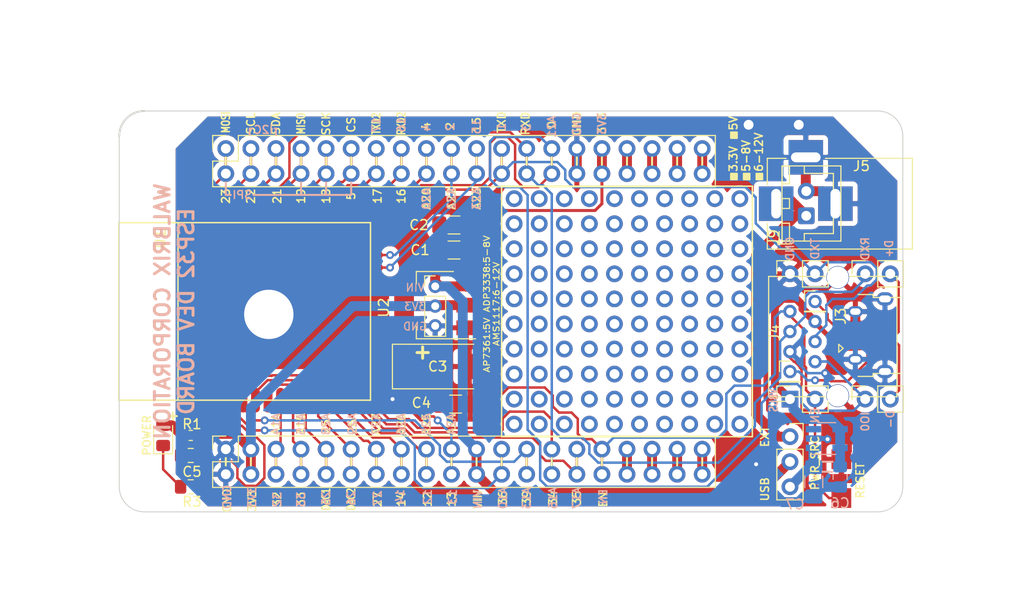
<source format=kicad_pcb>
(kicad_pcb (version 20171130) (host pcbnew 5.0.1)
  (layers (0 F.Cu signal) (31 B.Cu signal) (34 B.Paste user) (35 F.Paste user) (36 B.SilkS user) (37 F.SilkS user) (38 B.Mask user) (39 F.Mask user) (44 Edge.Cuts user))
  (net 0 "")
  (net 1 "Net-(J1-Pad33)")
  (net 2 "Net-(J1-Pad35)")
  (net 3 "Net-(J2-Pad33)")
  (net 4 "Net-(J3-Pad4)")
  (net 5 GND)
  (net 6 /3V3)
  (net 7 /VBUS)
  (net 8 /VIN)
  (net 9 /EN)
  (net 10 /D+)
  (net 11 /D-)
  (net 12 /IO0)
  (net 13 /RXD)
  (net 14 /TXD)
  (net 15 "Net-(J1-Pad37)")
  (net 16 /IO13)
  (net 17 /IO12)
  (net 18 /IO14)
  (net 19 /IO27)
  (net 20 /DAC2)
  (net 21 /DAC1)
  (net 22 /IO2)
  (net 23 /33)
  (net 24 /32)
  (net 25 /35)
  (net 26 /34)
  (net 27 /A3)
  (net 28 /A0)
  (net 29 "Net-(J2-Pad35)")
  (net 30 /IO15)
  (net 31 /IO4)
  (net 32 /RXD2)
  (net 33 /TXD2)
  (net 34 /CS)
  (net 35 /SCK)
  (net 36 /MISO)
  (net 37 /SDA)
  (net 38 /SCL)
  (net 39 /MOSI)
  (net 40 "Net-(J1-Pad39)")
  (net 41 "Net-(J2-Pad39)")
  (net 42 "Net-(J2-Pad37)")
  (net 43 "Net-(D1-Pad1)")
  (net 44 /VEXT)
  (net 45 /USB_PWR)
  (net 46 "Net-(J12-Pad3)")
  (module MountingHole:MountingHole_2.5mm (layer F.Cu) (at 118.745 110.49)
    (fp_text reference REF** hide)
    (fp_text value MountingHole_2.5mm)
    (pad 1 np_thru_hole circle (at 0 0) (size 2.5 2.5) (drill 2.5) (layers *.Cu *.Mask))
  )
  (module MountingHole:MountingHole_2.5mm (layer F.Cu) (at 118.745 74.93)
    (fp_text reference REF** hide)
    (fp_text value MountingHole_2.5mm)
    (pad 1 np_thru_hole circle (at 0 0) (size 2.5 2.5) (drill 2.5) (layers *.Cu *.Mask))
  )
  (module MountingHole:MountingHole_2.5mm (layer F.Cu) (at 193.04 110.49)
    (fp_text reference REF** hide)
    (fp_text value MountingHole_2.5mm)
    (pad 1 np_thru_hole circle (at 0 0) (size 2.5 2.5) (drill 2.5) (layers *.Cu *.Mask))
  )
  (module MountingHole:MountingHole_2.5mm (layer F.Cu) (at 193.04 74.93)
    (fp_text reference REF** hide)
    (fp_text value MountingHole_2.5mm)
    (pad 1 np_thru_hole circle (at 0 0) (size 2.5 2.5) (drill 2.5) (layers *.Cu *.Mask))
  )
  (module lib:RJ12 (layer F.Cu) (at 184.15 92.71 90)
    (fp_text reference J4 (at -2.159 -1.524 90) (layer F.SilkS))
    (fp_text value RJ12)
    (pad 5 thru_hole circle (at 3.45 4.84 90) (size 2.3 2.3) (drill 2.2) (layers *.Cu *.Mask) (net 5 GND))
    (pad 1 thru_hole circle (at 0 0 90) (size 1.35 1.35) (drill 0.76) (layers *.Cu *.Mask) (net 9 /EN))
    (pad 2 thru_hole circle (at -1.02 2.54 90) (size 1.35 1.35) (drill 0.76) (layers *.Cu *.Mask) (net 7 /VBUS))
    (pad 3 thru_hole circle (at -2.04 0 90) (size 1.35 1.35) (drill 0.76) (layers *.Cu *.Mask) (net 13 /RXD))
    (pad 4 thru_hole circle (at -3.06 2.54 90) (size 1.35 1.35) (drill 0.76) (layers *.Cu *.Mask) (net 14 /TXD))
    (pad 5 thru_hole circle (at -4.08 0 90) (size 1.35 1.35) (drill 0.76) (layers *.Cu *.Mask) (net 5 GND))
    (pad 5 thru_hole circle (at -8.55 4.84 90) (size 2.3 2.3) (drill 2.2) (layers *.Cu *.Mask) (net 5 GND))
    (pad 6 thru_hole circle (at -5.1 2.54 90) (size 1.35 1.35) (drill 0.76) (layers *.Cu *.Mask) (net 12 /IO0))
  )
  (module lib:Prototype_Area_2.54mm_10x10 (layer F.Cu) (at 179.07 81.28)
    (fp_text reference JX hide)
    (fp_text value 09x10)
    (pad 1 thru_hole circle (at 0 0) (size 1.7 1.7) (drill 1) (layers *.Cu *.Mask))
    (pad 2 thru_hole oval (at -2.54 0) (size 1.7 1.7) (drill 1) (layers *.Cu *.Mask))
    (pad 20 thru_hole oval (at 0 2.54) (size 1.7 1.7) (drill 1) (layers *.Cu *.Mask))
    (pad 19 thru_hole oval (at -2.54 2.54) (size 1.7 1.7) (drill 1) (layers *.Cu *.Mask))
    (pad 21 thru_hole oval (at 0 5.08) (size 1.7 1.7) (drill 1) (layers *.Cu *.Mask))
    (pad 22 thru_hole oval (at -2.54 5.08) (size 1.7 1.7) (drill 1) (layers *.Cu *.Mask))
    (pad 40 thru_hole oval (at 0 7.62) (size 1.7 1.7) (drill 1) (layers *.Cu *.Mask))
    (pad 39 thru_hole oval (at -2.54 7.62) (size 1.7 1.7) (drill 1) (layers *.Cu *.Mask))
    (pad 41 thru_hole oval (at 0 10.16) (size 1.7 1.7) (drill 1) (layers *.Cu *.Mask))
    (pad 42 thru_hole oval (at -2.54 10.16) (size 1.7 1.7) (drill 1) (layers *.Cu *.Mask))
    (pad 60 thru_hole oval (at 0 12.7) (size 1.7 1.7) (drill 1) (layers *.Cu *.Mask))
    (pad 59 thru_hole oval (at -2.54 12.7) (size 1.7 1.7) (drill 1) (layers *.Cu *.Mask))
    (pad 61 thru_hole oval (at 0 15.24) (size 1.7 1.7) (drill 1) (layers *.Cu *.Mask))
    (pad 62 thru_hole oval (at -2.54 15.24) (size 1.7 1.7) (drill 1) (layers *.Cu *.Mask))
    (pad 80 thru_hole oval (at 0 17.78) (size 1.7 1.7) (drill 1) (layers *.Cu *.Mask))
    (pad 79 thru_hole oval (at -2.54 17.78) (size 1.7 1.7) (drill 1) (layers *.Cu *.Mask))
    (pad 81 thru_hole oval (at 0 20.32) (size 1.7 1.7) (drill 1) (layers *.Cu *.Mask))
    (pad 82 thru_hole oval (at -2.54 20.32) (size 1.7 1.7) (drill 1) (layers *.Cu *.Mask))
    (pad 100 thru_hole oval (at 0 22.86) (size 1.7 1.7) (drill 1) (layers *.Cu *.Mask))
    (pad 99 thru_hole oval (at -2.54 22.86) (size 1.7 1.7) (drill 1) (layers *.Cu *.Mask))
    (pad 3 thru_hole oval (at -5.08 0) (size 1.7 1.7) (drill 1) (layers *.Cu *.Mask))
    (pad 4 thru_hole oval (at -7.62 0) (size 1.7 1.7) (drill 1) (layers *.Cu *.Mask))
    (pad 18 thru_hole oval (at -5.08 2.54) (size 1.7 1.7) (drill 1) (layers *.Cu *.Mask))
    (pad 17 thru_hole oval (at -7.62 2.54) (size 1.7 1.7) (drill 1) (layers *.Cu *.Mask))
    (pad 23 thru_hole oval (at -5.08 5.08) (size 1.7 1.7) (drill 1) (layers *.Cu *.Mask))
    (pad 24 thru_hole oval (at -7.62 5.08) (size 1.7 1.7) (drill 1) (layers *.Cu *.Mask))
    (pad 38 thru_hole oval (at -5.08 7.62) (size 1.7 1.7) (drill 1) (layers *.Cu *.Mask))
    (pad 37 thru_hole oval (at -7.62 7.62) (size 1.7 1.7) (drill 1) (layers *.Cu *.Mask))
    (pad 43 thru_hole oval (at -5.08 10.16) (size 1.7 1.7) (drill 1) (layers *.Cu *.Mask))
    (pad 44 thru_hole oval (at -7.62 10.16) (size 1.7 1.7) (drill 1) (layers *.Cu *.Mask))
    (pad 58 thru_hole oval (at -5.08 12.7) (size 1.7 1.7) (drill 1) (layers *.Cu *.Mask))
    (pad 57 thru_hole oval (at -7.62 12.7) (size 1.7 1.7) (drill 1) (layers *.Cu *.Mask))
    (pad 63 thru_hole oval (at -5.08 15.24) (size 1.7 1.7) (drill 1) (layers *.Cu *.Mask))
    (pad 64 thru_hole oval (at -7.62 15.24) (size 1.7 1.7) (drill 1) (layers *.Cu *.Mask))
    (pad 78 thru_hole oval (at -5.08 17.78) (size 1.7 1.7) (drill 1) (layers *.Cu *.Mask))
    (pad 77 thru_hole oval (at -7.62 17.78) (size 1.7 1.7) (drill 1) (layers *.Cu *.Mask))
    (pad 83 thru_hole oval (at -5.08 20.32) (size 1.7 1.7) (drill 1) (layers *.Cu *.Mask))
    (pad 84 thru_hole oval (at -7.62 20.32) (size 1.7 1.7) (drill 1) (layers *.Cu *.Mask))
    (pad 98 thru_hole oval (at -5.08 22.86) (size 1.7 1.7) (drill 1) (layers *.Cu *.Mask))
    (pad 97 thru_hole oval (at -7.62 22.86) (size 1.7 1.7) (drill 1) (layers *.Cu *.Mask))
    (pad 6 thru_hole oval (at -12.7 0) (size 1.7 1.7) (drill 1) (layers *.Cu *.Mask))
    (pad 66 thru_hole oval (at -12.7 15.24) (size 1.7 1.7) (drill 1) (layers *.Cu *.Mask))
    (pad 93 thru_hole oval (at -17.78 22.86) (size 1.7 1.7) (drill 1) (layers *.Cu *.Mask))
    (pad 68 thru_hole oval (at -17.78 15.24) (size 1.7 1.7) (drill 1) (layers *.Cu *.Mask))
    (pad 54 thru_hole oval (at -15.24 12.7) (size 1.7 1.7) (drill 1) (layers *.Cu *.Mask))
    (pad 27 thru_hole oval (at -15.24 5.08) (size 1.7 1.7) (drill 1) (layers *.Cu *.Mask))
    (pad 56 thru_hole oval (at -10.16 12.7) (size 1.7 1.7) (drill 1) (layers *.Cu *.Mask))
    (pad 86 thru_hole oval (at -12.7 20.32) (size 1.7 1.7) (drill 1) (layers *.Cu *.Mask))
    (pad 33 thru_hole oval (at -17.78 7.62) (size 1.7 1.7) (drill 1) (layers *.Cu *.Mask))
    (pad 5 thru_hole circle (at -10.16 0) (size 1.7 1.7) (drill 1) (layers *.Cu *.Mask))
    (pad 76 thru_hole oval (at -10.16 17.78) (size 1.7 1.7) (drill 1) (layers *.Cu *.Mask))
    (pad 95 thru_hole oval (at -12.7 22.86) (size 1.7 1.7) (drill 1) (layers *.Cu *.Mask))
    (pad 16 thru_hole oval (at -10.16 2.54) (size 1.7 1.7) (drill 1) (layers *.Cu *.Mask))
    (pad 96 thru_hole oval (at -10.16 22.86) (size 1.7 1.7) (drill 1) (layers *.Cu *.Mask))
    (pad 67 thru_hole oval (at -15.24 15.24) (size 1.7 1.7) (drill 1) (layers *.Cu *.Mask))
    (pad 46 thru_hole oval (at -12.7 10.16) (size 1.7 1.7) (drill 1) (layers *.Cu *.Mask))
    (pad 35 thru_hole oval (at -12.7 7.62) (size 1.7 1.7) (drill 1) (layers *.Cu *.Mask))
    (pad 14 thru_hole oval (at -15.24 2.54) (size 1.7 1.7) (drill 1) (layers *.Cu *.Mask))
    (pad 8 thru_hole oval (at -17.78 0) (size 1.7 1.7) (drill 1) (layers *.Cu *.Mask))
    (pad 15 thru_hole oval (at -12.7 2.54) (size 1.7 1.7) (drill 1) (layers *.Cu *.Mask))
    (pad 65 thru_hole oval (at -10.16 15.24) (size 1.7 1.7) (drill 1) (layers *.Cu *.Mask))
    (pad 45 thru_hole oval (at -10.16 10.16) (size 1.7 1.7) (drill 1) (layers *.Cu *.Mask))
    (pad 28 thru_hole oval (at -17.78 5.08) (size 1.7 1.7) (drill 1) (layers *.Cu *.Mask))
    (pad 53 thru_hole oval (at -17.78 12.7) (size 1.7 1.7) (drill 1) (layers *.Cu *.Mask))
    (pad 73 thru_hole oval (at -17.78 17.78) (size 1.7 1.7) (drill 1) (layers *.Cu *.Mask))
    (pad 7 thru_hole oval (at -15.24 0) (size 1.7 1.7) (drill 1) (layers *.Cu *.Mask))
    (pad 88 thru_hole oval (at -17.78 20.32) (size 1.7 1.7) (drill 1) (layers *.Cu *.Mask))
    (pad 74 thru_hole oval (at -15.24 17.78) (size 1.7 1.7) (drill 1) (layers *.Cu *.Mask))
    (pad 55 thru_hole oval (at -12.7 12.7) (size 1.7 1.7) (drill 1) (layers *.Cu *.Mask))
    (pad 34 thru_hole oval (at -15.24 7.62) (size 1.7 1.7) (drill 1) (layers *.Cu *.Mask))
    (pad 94 thru_hole oval (at -15.24 22.86) (size 1.7 1.7) (drill 1) (layers *.Cu *.Mask))
    (pad 13 thru_hole oval (at -17.78 2.54) (size 1.7 1.7) (drill 1) (layers *.Cu *.Mask))
    (pad 47 thru_hole oval (at -15.24 10.16) (size 1.7 1.7) (drill 1) (layers *.Cu *.Mask))
    (pad 48 thru_hole oval (at -17.78 10.16) (size 1.7 1.7) (drill 1) (layers *.Cu *.Mask))
    (pad 25 thru_hole oval (at -10.16 5.08) (size 1.7 1.7) (drill 1) (layers *.Cu *.Mask))
    (pad 36 thru_hole oval (at -10.16 7.62) (size 1.7 1.7) (drill 1) (layers *.Cu *.Mask))
    (pad 26 thru_hole oval (at -12.7 5.08) (size 1.7 1.7) (drill 1) (layers *.Cu *.Mask))
    (pad 75 thru_hole oval (at -12.7 17.78) (size 1.7 1.7) (drill 1) (layers *.Cu *.Mask))
    (pad 85 thru_hole oval (at -10.16 20.32) (size 1.7 1.7) (drill 1) (layers *.Cu *.Mask))
    (pad 87 thru_hole oval (at -15.24 20.32) (size 1.7 1.7) (drill 1) (layers *.Cu *.Mask))
    (pad 12 thru_hole oval (at -20.32 2.54) (size 1.7 1.7) (drill 1) (layers *.Cu *.Mask))
    (pad 49 thru_hole oval (at -20.32 10.16) (size 1.7 1.7) (drill 1) (layers *.Cu *.Mask))
    (pad 92 thru_hole oval (at -20.32 22.86) (size 1.7 1.7) (drill 1) (layers *.Cu *.Mask))
    (pad 9 thru_hole oval (at -20.32 0) (size 1.7 1.7) (drill 1) (layers *.Cu *.Mask))
    (pad 29 thru_hole oval (at -20.32 5.08) (size 1.7 1.7) (drill 1) (layers *.Cu *.Mask))
    (pad 52 thru_hole oval (at -20.32 12.7) (size 1.7 1.7) (drill 1) (layers *.Cu *.Mask))
    (pad 72 thru_hole oval (at -20.32 17.78) (size 1.7 1.7) (drill 1) (layers *.Cu *.Mask))
    (pad 89 thru_hole oval (at -20.32 20.32) (size 1.7 1.7) (drill 1) (layers *.Cu *.Mask))
    (pad 32 thru_hole oval (at -20.32 7.62) (size 1.7 1.7) (drill 1) (layers *.Cu *.Mask))
    (pad 69 thru_hole oval (at -20.32 15.24) (size 1.7 1.7) (drill 1) (layers *.Cu *.Mask))
    (pad 11 thru_hole oval (at -22.86 2.54) (size 1.7 1.7) (drill 1) (layers *.Cu *.Mask))
    (pad 50 thru_hole oval (at -22.86 10.16) (size 1.7 1.7) (drill 1) (layers *.Cu *.Mask))
    (pad 91 thru_hole oval (at -22.86 22.86) (size 1.7 1.7) (drill 1) (layers *.Cu *.Mask))
    (pad 10 thru_hole oval (at -22.86 0) (size 1.7 1.7) (drill 1) (layers *.Cu *.Mask))
    (pad 30 thru_hole oval (at -22.86 5.08) (size 1.7 1.7) (drill 1) (layers *.Cu *.Mask))
    (pad 51 thru_hole oval (at -22.86 12.7) (size 1.7 1.7) (drill 1) (layers *.Cu *.Mask))
    (pad 71 thru_hole oval (at -22.86 17.78) (size 1.7 1.7) (drill 1) (layers *.Cu *.Mask))
    (pad 90 thru_hole oval (at -22.86 20.32) (size 1.7 1.7) (drill 1) (layers *.Cu *.Mask))
    (pad 31 thru_hole oval (at -22.86 7.62) (size 1.7 1.7) (drill 1) (layers *.Cu *.Mask))
    (pad 70 thru_hole oval (at -22.86 15.24) (size 1.7 1.7) (drill 1) (layers *.Cu *.Mask))
  )
  (module lib:ESP32-WROOM (layer F.Cu) (at 128.905 92.71 270)
    (fp_text reference U1 (at -7.366 8.509 270) (layer F.SilkS))
    (fp_text value ESP32-WROOM)
    (pad 39 thru_hole rect (at 0.3 -2.45 270) (size 6 6) (drill 5) (layers *.Cu *.Mask) (net 5 GND))
    (pad 1 smd oval (at 9 5.25 270) (size 2.5 0.9) (layers F.Cu F.Paste F.Mask) (net 5 GND))
    (pad 2 smd oval (at 9 3.98 270) (size 2.5 0.9) (layers F.Cu F.Paste F.Mask) (net 6 /3V3))
    (pad 3 smd oval (at 9 2.71 270) (size 2.5 0.9) (layers F.Cu F.Paste F.Mask) (net 9 /EN))
    (pad 4 smd oval (at 9 1.44 270) (size 2.5 0.9) (layers F.Cu F.Paste F.Mask) (net 28 /A0))
    (pad 5 smd oval (at 9 0.17 270) (size 2.5 0.9) (layers F.Cu F.Paste F.Mask) (net 27 /A3))
    (pad 6 smd oval (at 9 -1.1 270) (size 2.5 0.9) (layers F.Cu F.Paste F.Mask) (net 26 /34))
    (pad 7 smd oval (at 9 -2.37 270) (size 2.5 0.9) (layers F.Cu F.Paste F.Mask) (net 25 /35))
    (pad 8 smd oval (at 9 -3.64 270) (size 2.5 0.9) (layers F.Cu F.Paste F.Mask) (net 24 /32))
    (pad 9 smd oval (at 9 -4.91 270) (size 2.5 0.9) (layers F.Cu F.Paste F.Mask) (net 23 /33))
    (pad 10 smd oval (at 9 -6.18 270) (size 2.5 0.9) (layers F.Cu F.Paste F.Mask) (net 21 /DAC1))
    (pad 11 smd oval (at 9 -7.45 270) (size 2.5 0.9) (layers F.Cu F.Paste F.Mask) (net 20 /DAC2))
    (pad 12 smd oval (at 9 -8.72 270) (size 2.5 0.9) (layers F.Cu F.Paste F.Mask) (net 19 /IO27))
    (pad 13 smd oval (at 9 -9.99 270) (size 2.5 0.9) (layers F.Cu F.Paste F.Mask) (net 18 /IO14))
    (pad 14 smd oval (at 9 -11.26 270) (size 2.5 0.9) (layers F.Cu F.Paste F.Mask) (net 17 /IO12))
    (pad 15 smd oval (at 5.715 -12.75 270) (size 0.9 2.5) (layers F.Cu F.Paste F.Mask) (net 5 GND))
    (pad 16 smd oval (at 4.445 -12.75 270) (size 0.9 2.5) (layers F.Cu F.Paste F.Mask) (net 16 /IO13))
    (pad 23 smd oval (at -4.445 -12.75 270) (size 0.9 2.5) (layers F.Cu F.Paste F.Mask) (net 30 /IO15))
    (pad 24 smd oval (at -5.715 -12.75 270) (size 0.9 2.5) (layers F.Cu F.Paste F.Mask) (net 22 /IO2))
    (pad 25 smd oval (at -9 -11.26 270) (size 2.5 0.9) (layers F.Cu F.Paste F.Mask) (net 12 /IO0))
    (pad 26 smd oval (at -9 -9.99 270) (size 2.5 0.9) (layers F.Cu F.Paste F.Mask) (net 31 /IO4))
    (pad 27 smd oval (at -9 -8.72 270) (size 2.5 0.9) (layers F.Cu F.Paste F.Mask) (net 32 /RXD2))
    (pad 28 smd oval (at -9 -7.45 270) (size 2.5 0.9) (layers F.Cu F.Paste F.Mask) (net 33 /TXD2))
    (pad 29 smd oval (at -9 -6.18 270) (size 2.5 0.9) (layers F.Cu F.Paste F.Mask) (net 34 /CS))
    (pad 30 smd oval (at -9 -4.91 270) (size 2.5 0.9) (layers F.Cu F.Paste F.Mask) (net 35 /SCK))
    (pad 31 smd oval (at -9 -3.64 270) (size 2.5 0.9) (layers F.Cu F.Paste F.Mask) (net 36 /MISO))
    (pad 33 smd oval (at -9 -1.1 270) (size 2.5 0.9) (layers F.Cu F.Paste F.Mask) (net 37 /SDA))
    (pad 34 smd oval (at -9 0.17 270) (size 2.5 0.9) (layers F.Cu F.Paste F.Mask) (net 13 /RXD))
    (pad 35 smd oval (at -9 1.44 270) (size 2.5 0.9) (layers F.Cu F.Paste F.Mask) (net 14 /TXD))
    (pad 36 smd oval (at -9 2.71 270) (size 2.5 0.9) (layers F.Cu F.Paste F.Mask) (net 38 /SCL))
    (pad 37 smd oval (at -9 3.98 270) (size 2.5 0.9) (layers F.Cu F.Paste F.Mask) (net 39 /MOSI))
    (pad 38 smd oval (at -9 5.25 270) (size 2.5 0.9) (layers F.Cu F.Paste F.Mask) (net 5 GND))
  )
  (module lib:USB_Micro-B_Horizontal (layer F.Cu) (at 192.659 95.123 90)
    (fp_text reference J3 (at 1.925 -3.365 90) (layer F.SilkS))
    (fp_text value USB_B_Micro)
    (pad 1 smd rect (at -1.325 -1.905 180) (size 1.85 0.4) (layers F.Cu F.Paste F.Mask) (net 7 /VBUS))
    (pad 2 smd rect (at -0.675 -1.905 180) (size 1.85 0.4) (layers F.Cu F.Paste F.Mask) (net 11 /D-))
    (pad 3 smd rect (at -0.025 -1.905 180) (size 1.85 0.4) (layers F.Cu F.Paste F.Mask) (net 10 /D+))
    (pad 4 smd rect (at 0.625 -1.905 180) (size 1.85 0.4) (layers F.Cu F.Paste F.Mask) (net 4 "Net-(J3-Pad4)"))
    (pad 5 smd rect (at 1.275 -1.905 180) (size 1.85 0.4) (layers F.Cu F.Paste F.Mask) (net 5 GND))
    (pad 6 thru_hole oval (at -2.445 -1.885 180) (size 1.5 1.1) (drill oval 1.05 0.65) (layers *.Cu *.Mask) (net 5 GND))
    (pad 6 thru_hole oval (at 2.395 -1.885 180) (size 1.5 1.1) (drill oval 1.05 0.65) (layers *.Cu *.Mask) (net 5 GND))
    (pad 6 thru_hole oval (at -3.683 1.115 180) (size 1.7 1.35) (drill oval 1.2 0.7) (layers *.Cu *.Mask) (net 5 GND))
    (pad 6 thru_hole oval (at 3.683 1.115 180) (size 1.7 1.35) (drill oval 1.2 0.7) (layers *.Cu *.Mask) (net 5 GND))
  )
  (module Connector_PinSocket_2.54mm:PinSocket_2x20_P2.54mm_Vertical (layer F.Cu) (at 127 106.68 90)
    (fp_text reference J1 hide)
    (fp_text value Conn_01x40)
    (pad 40 thru_hole oval (at -2.54 48.26 90) (size 1.7 1.7) (drill 1) (layers *.Cu *.Mask) (net 40 "Net-(J1-Pad39)"))
    (pad 39 thru_hole oval (at 0 48.26 90) (size 1.7 1.7) (drill 1) (layers *.Cu *.Mask) (net 40 "Net-(J1-Pad39)"))
    (pad 38 thru_hole oval (at -2.54 45.72 90) (size 1.7 1.7) (drill 1) (layers *.Cu *.Mask) (net 15 "Net-(J1-Pad37)"))
    (pad 37 thru_hole oval (at 0 45.72 90) (size 1.7 1.7) (drill 1) (layers *.Cu *.Mask) (net 15 "Net-(J1-Pad37)"))
    (pad 36 thru_hole oval (at -2.54 43.18 90) (size 1.7 1.7) (drill 1) (layers *.Cu *.Mask) (net 2 "Net-(J1-Pad35)"))
    (pad 35 thru_hole oval (at 0 43.18 90) (size 1.7 1.7) (drill 1) (layers *.Cu *.Mask) (net 2 "Net-(J1-Pad35)"))
    (pad 34 thru_hole oval (at -2.54 40.64 90) (size 1.7 1.7) (drill 1) (layers *.Cu *.Mask) (net 1 "Net-(J1-Pad33)"))
    (pad 33 thru_hole oval (at 0 40.64 90) (size 1.7 1.7) (drill 1) (layers *.Cu *.Mask) (net 1 "Net-(J1-Pad33)"))
    (pad 32 thru_hole oval (at -2.54 38.1 90) (size 1.7 1.7) (drill 1) (layers *.Cu *.Mask) (net 9 /EN))
    (pad 31 thru_hole oval (at 0 38.1 90) (size 1.7 1.7) (drill 1) (layers *.Cu *.Mask) (net 9 /EN))
    (pad 30 thru_hole oval (at -2.54 35.56 90) (size 1.7 1.7) (drill 1) (layers *.Cu *.Mask) (net 25 /35))
    (pad 29 thru_hole oval (at 0 35.56 90) (size 1.7 1.7) (drill 1) (layers *.Cu *.Mask) (net 25 /35))
    (pad 28 thru_hole oval (at -2.54 33.02 90) (size 1.7 1.7) (drill 1) (layers *.Cu *.Mask) (net 26 /34))
    (pad 27 thru_hole oval (at 0 33.02 90) (size 1.7 1.7) (drill 1) (layers *.Cu *.Mask) (net 26 /34))
    (pad 26 thru_hole oval (at -2.54 30.48 90) (size 1.7 1.7) (drill 1) (layers *.Cu *.Mask) (net 27 /A3))
    (pad 25 thru_hole oval (at 0 30.48 90) (size 1.7 1.7) (drill 1) (layers *.Cu *.Mask) (net 27 /A3))
    (pad 24 thru_hole oval (at -2.54 27.94 90) (size 1.7 1.7) (drill 1) (layers *.Cu *.Mask) (net 28 /A0))
    (pad 23 thru_hole oval (at 0 27.94 90) (size 1.7 1.7) (drill 1) (layers *.Cu *.Mask) (net 28 /A0))
    (pad 22 thru_hole oval (at -2.54 25.4 90) (size 1.7 1.7) (drill 1) (layers *.Cu *.Mask) (net 8 /VIN))
    (pad 21 thru_hole oval (at 0 25.4 90) (size 1.7 1.7) (drill 1) (layers *.Cu *.Mask) (net 8 /VIN))
    (pad 20 thru_hole oval (at -2.54 22.86 90) (size 1.7 1.7) (drill 1) (layers *.Cu *.Mask) (net 16 /IO13))
    (pad 19 thru_hole oval (at 0 22.86 90) (size 1.7 1.7) (drill 1) (layers *.Cu *.Mask) (net 16 /IO13))
    (pad 18 thru_hole oval (at -2.54 20.32 90) (size 1.7 1.7) (drill 1) (layers *.Cu *.Mask) (net 17 /IO12))
    (pad 17 thru_hole oval (at 0 20.32 90) (size 1.7 1.7) (drill 1) (layers *.Cu *.Mask) (net 17 /IO12))
    (pad 16 thru_hole oval (at -2.54 17.78 90) (size 1.7 1.7) (drill 1) (layers *.Cu *.Mask) (net 18 /IO14))
    (pad 15 thru_hole oval (at 0 17.78 90) (size 1.7 1.7) (drill 1) (layers *.Cu *.Mask) (net 18 /IO14))
    (pad 14 thru_hole oval (at -2.54 15.24 90) (size 1.7 1.7) (drill 1) (layers *.Cu *.Mask) (net 19 /IO27))
    (pad 13 thru_hole oval (at 0 15.24 90) (size 1.7 1.7) (drill 1) (layers *.Cu *.Mask) (net 19 /IO27))
    (pad 12 thru_hole oval (at -2.54 12.7 90) (size 1.7 1.7) (drill 1) (layers *.Cu *.Mask) (net 20 /DAC2))
    (pad 11 thru_hole oval (at 0 12.7 90) (size 1.7 1.7) (drill 1) (layers *.Cu *.Mask) (net 20 /DAC2))
    (pad 10 thru_hole oval (at -2.54 10.16 90) (size 1.7 1.7) (drill 1) (layers *.Cu *.Mask) (net 21 /DAC1))
    (pad 9 thru_hole oval (at 0 10.16 90) (size 1.7 1.7) (drill 1) (layers *.Cu *.Mask) (net 21 /DAC1))
    (pad 8 thru_hole oval (at -2.54 7.62 90) (size 1.7 1.7) (drill 1) (layers *.Cu *.Mask) (net 23 /33))
    (pad 7 thru_hole oval (at 0 7.62 90) (size 1.7 1.7) (drill 1) (layers *.Cu *.Mask) (net 23 /33))
    (pad 6 thru_hole oval (at -2.54 5.08 90) (size 1.7 1.7) (drill 1) (layers *.Cu *.Mask) (net 24 /32))
    (pad 5 thru_hole oval (at 0 5.08 90) (size 1.7 1.7) (drill 1) (layers *.Cu *.Mask) (net 24 /32))
    (pad 4 thru_hole oval (at -2.54 2.54 90) (size 1.7 1.7) (drill 1) (layers *.Cu *.Mask) (net 6 /3V3))
    (pad 3 thru_hole oval (at 0 2.54 90) (size 1.7 1.7) (drill 1) (layers *.Cu *.Mask) (net 6 /3V3))
    (pad 2 thru_hole oval (at -2.54 0 90) (size 1.7 1.7) (drill 1) (layers *.Cu *.Mask) (net 5 GND))
    (pad 1 thru_hole circle (at 0 0 90) (size 1.7 1.7) (drill 1) (layers *.Cu *.Mask) (net 5 GND))
  )
  (module Connector_PinSocket_2.54mm:PinSocket_2x20_P2.54mm_Vertical (layer F.Cu) (at 127 76.2 90)
    (fp_text reference J2 hide)
    (fp_text value Conn_01x40)
    (pad 40 thru_hole oval (at -2.54 48.26 90) (size 1.7 1.7) (drill 1) (layers *.Cu *.Mask) (net 41 "Net-(J2-Pad39)"))
    (pad 39 thru_hole oval (at 0 48.26 90) (size 1.7 1.7) (drill 1) (layers *.Cu *.Mask) (net 41 "Net-(J2-Pad39)"))
    (pad 38 thru_hole oval (at -2.54 45.72 90) (size 1.7 1.7) (drill 1) (layers *.Cu *.Mask) (net 42 "Net-(J2-Pad37)"))
    (pad 37 thru_hole oval (at 0 45.72 90) (size 1.7 1.7) (drill 1) (layers *.Cu *.Mask) (net 42 "Net-(J2-Pad37)"))
    (pad 36 thru_hole oval (at -2.54 43.18 90) (size 1.7 1.7) (drill 1) (layers *.Cu *.Mask) (net 29 "Net-(J2-Pad35)"))
    (pad 35 thru_hole oval (at 0 43.18 90) (size 1.7 1.7) (drill 1) (layers *.Cu *.Mask) (net 29 "Net-(J2-Pad35)"))
    (pad 34 thru_hole oval (at -2.54 40.64 90) (size 1.7 1.7) (drill 1) (layers *.Cu *.Mask) (net 3 "Net-(J2-Pad33)"))
    (pad 33 thru_hole oval (at 0 40.64 90) (size 1.7 1.7) (drill 1) (layers *.Cu *.Mask) (net 3 "Net-(J2-Pad33)"))
    (pad 32 thru_hole oval (at -2.54 38.1 90) (size 1.7 1.7) (drill 1) (layers *.Cu *.Mask) (net 6 /3V3))
    (pad 31 thru_hole oval (at 0 38.1 90) (size 1.7 1.7) (drill 1) (layers *.Cu *.Mask) (net 6 /3V3))
    (pad 30 thru_hole oval (at -2.54 35.56 90) (size 1.7 1.7) (drill 1) (layers *.Cu *.Mask) (net 5 GND))
    (pad 29 thru_hole oval (at 0 35.56 90) (size 1.7 1.7) (drill 1) (layers *.Cu *.Mask) (net 5 GND))
    (pad 28 thru_hole oval (at -2.54 33.02 90) (size 1.7 1.7) (drill 1) (layers *.Cu *.Mask) (net 12 /IO0))
    (pad 27 thru_hole oval (at 0 33.02 90) (size 1.7 1.7) (drill 1) (layers *.Cu *.Mask) (net 12 /IO0))
    (pad 26 thru_hole oval (at -2.54 30.48 90) (size 1.7 1.7) (drill 1) (layers *.Cu *.Mask) (net 13 /RXD))
    (pad 25 thru_hole oval (at 0 30.48 90) (size 1.7 1.7) (drill 1) (layers *.Cu *.Mask) (net 13 /RXD))
    (pad 24 thru_hole oval (at -2.54 27.94 90) (size 1.7 1.7) (drill 1) (layers *.Cu *.Mask) (net 14 /TXD))
    (pad 23 thru_hole oval (at 0 27.94 90) (size 1.7 1.7) (drill 1) (layers *.Cu *.Mask) (net 14 /TXD))
    (pad 22 thru_hole oval (at -2.54 25.4 90) (size 1.7 1.7) (drill 1) (layers *.Cu *.Mask) (net 30 /IO15))
    (pad 21 thru_hole oval (at 0 25.4 90) (size 1.7 1.7) (drill 1) (layers *.Cu *.Mask) (net 30 /IO15))
    (pad 20 thru_hole oval (at -2.54 22.86 90) (size 1.7 1.7) (drill 1) (layers *.Cu *.Mask) (net 22 /IO2))
    (pad 19 thru_hole oval (at 0 22.86 90) (size 1.7 1.7) (drill 1) (layers *.Cu *.Mask) (net 22 /IO2))
    (pad 18 thru_hole oval (at -2.54 20.32 90) (size 1.7 1.7) (drill 1) (layers *.Cu *.Mask) (net 31 /IO4))
    (pad 17 thru_hole oval (at 0 20.32 90) (size 1.7 1.7) (drill 1) (layers *.Cu *.Mask) (net 31 /IO4))
    (pad 16 thru_hole oval (at -2.54 17.78 90) (size 1.7 1.7) (drill 1) (layers *.Cu *.Mask) (net 32 /RXD2))
    (pad 15 thru_hole oval (at 0 17.78 90) (size 1.7 1.7) (drill 1) (layers *.Cu *.Mask) (net 32 /RXD2))
    (pad 14 thru_hole oval (at -2.54 15.24 90) (size 1.7 1.7) (drill 1) (layers *.Cu *.Mask) (net 33 /TXD2))
    (pad 13 thru_hole oval (at 0 15.24 90) (size 1.7 1.7) (drill 1) (layers *.Cu *.Mask) (net 33 /TXD2))
    (pad 12 thru_hole oval (at -2.54 12.7 90) (size 1.7 1.7) (drill 1) (layers *.Cu *.Mask) (net 34 /CS))
    (pad 11 thru_hole oval (at 0 12.7 90) (size 1.7 1.7) (drill 1) (layers *.Cu *.Mask) (net 34 /CS))
    (pad 10 thru_hole oval (at -2.54 10.16 90) (size 1.7 1.7) (drill 1) (layers *.Cu *.Mask) (net 35 /SCK))
    (pad 9 thru_hole oval (at 0 10.16 90) (size 1.7 1.7) (drill 1) (layers *.Cu *.Mask) (net 35 /SCK))
    (pad 8 thru_hole oval (at -2.54 7.62 90) (size 1.7 1.7) (drill 1) (layers *.Cu *.Mask) (net 36 /MISO))
    (pad 7 thru_hole oval (at 0 7.62 90) (size 1.7 1.7) (drill 1) (layers *.Cu *.Mask) (net 36 /MISO))
    (pad 6 thru_hole oval (at -2.54 5.08 90) (size 1.7 1.7) (drill 1) (layers *.Cu *.Mask) (net 37 /SDA))
    (pad 5 thru_hole oval (at 0 5.08 90) (size 1.7 1.7) (drill 1) (layers *.Cu *.Mask) (net 37 /SDA))
    (pad 4 thru_hole oval (at -2.54 2.54 90) (size 1.7 1.7) (drill 1) (layers *.Cu *.Mask) (net 38 /SCL))
    (pad 3 thru_hole oval (at 0 2.54 90) (size 1.7 1.7) (drill 1) (layers *.Cu *.Mask) (net 38 /SCL))
    (pad 2 thru_hole oval (at -2.54 0 90) (size 1.7 1.7) (drill 1) (layers *.Cu *.Mask) (net 39 /MOSI))
    (pad 1 thru_hole circle (at 0 0 90) (size 1.7 1.7) (drill 1) (layers *.Cu *.Mask) (net 39 /MOSI))
  )
  (module Connectors:BARREL_JACK (layer F.Cu) (at 182.753 81.788 180)
    (fp_text reference J5 (at -8.636 3.81) (layer F.SilkS))
    (fp_text value Barrel_Jack_Switch)
    (pad 1 thru_hole rect (at 0 0 180) (size 3.5 3.5) (drill oval 1 3) (layers *.Cu *.Mask) (net 44 /VEXT))
    (pad 2 thru_hole rect (at -6 0 180) (size 3.5 3.5) (drill oval 1 3) (layers *.Cu *.Mask) (net 5 GND))
    (pad 3 thru_hole rect (at -3 4.7 180) (size 3.5 3.5) (drill oval 3 1) (layers *.Cu *.Mask) (net 5 GND))
  )
  (module Capacitor_SMD:C_1206_3216Metric_Pad1.42x1.75mm_HandSolder (layer F.Cu) (at 150.114 86.487)
    (fp_text reference C1 (at -3.429 0) (layer F.SilkS))
    (fp_text value C)
    (pad 2 smd roundrect (at 1.4875 0) (size 1.425 1.75) (layers F.Cu F.Paste F.Mask) (roundrect_rratio 0.175439) (net 5 GND))
    (pad 1 smd roundrect (at -1.4875 0) (size 1.425 1.75) (layers F.Cu F.Paste F.Mask) (roundrect_rratio 0.175439) (net 8 /VIN))
  )
  (module Capacitor_SMD:C_1206_3216Metric_Pad1.42x1.75mm_HandSolder (layer F.Cu) (at 150.114 83.947)
    (fp_text reference C2 (at -3.556 0) (layer F.SilkS))
    (fp_text value C)
    (pad 2 smd roundrect (at 1.4875 0) (size 1.425 1.75) (layers F.Cu F.Paste F.Mask) (roundrect_rratio 0.175439) (net 5 GND))
    (pad 1 smd roundrect (at -1.4875 0) (size 1.425 1.75) (layers F.Cu F.Paste F.Mask) (roundrect_rratio 0.175439) (net 8 /VIN))
  )
  (module Capacitor_SMD:C_1206_3216Metric_Pad1.42x1.75mm_HandSolder (layer F.Cu) (at 150.2775 102.108)
    (fp_text reference C4 (at -3.4655 -0.127) (layer F.SilkS))
    (fp_text value C)
    (pad 2 smd roundrect (at 1.4875 0) (size 1.425 1.75) (layers F.Cu F.Paste F.Mask) (roundrect_rratio 0.175439) (net 5 GND))
    (pad 1 smd roundrect (at -1.4875 0) (size 1.425 1.75) (layers F.Cu F.Paste F.Mask) (roundrect_rratio 0.175439) (net 6 /3V3))
  )
  (module Package_TO_SOT_SMD:SOT-223-3_TabPin2 (layer F.Cu) (at 148.209 92.075 180)
    (fp_text reference U2 (at 5.207 -0.254 270) (layer F.SilkS))
    (fp_text value AMS1117-3.3)
    (pad 1 smd rect (at -3.15 -2.3 180) (size 2 1.5) (layers F.Cu F.Paste F.Mask) (net 5 GND))
    (pad 3 smd rect (at -3.15 2.3 180) (size 2 1.5) (layers F.Cu F.Paste F.Mask) (net 8 /VIN))
    (pad 2 smd rect (at -3.15 0 180) (size 2 1.5) (layers F.Cu F.Paste F.Mask) (net 6 /3V3))
    (pad 2 smd rect (at 3.15 0 180) (size 2 3.8) (layers F.Cu F.Paste F.Mask) (net 6 /3V3))
  )
  (module Capacitor_Tantalum_SMD:CP_EIA-7343-15_Kemet-W_Pad2.25x2.55mm_HandSolder (layer F.Cu) (at 148.463 98.298)
    (fp_text reference C3 (at 0 0) (layer F.SilkS))
    (fp_text value C)
    (pad 2 smd roundrect (at 3.2 0) (size 2.25 2.55) (layers F.Cu F.Paste F.Mask) (roundrect_rratio 0.111111) (net 5 GND))
    (pad 1 smd roundrect (at -3.2 0) (size 2.25 2.55) (layers F.Cu F.Paste F.Mask) (roundrect_rratio 0.111111) (net 6 /3V3))
  )
  (module Capacitor_SMD:C_0805_2012Metric_Pad1.15x1.40mm_HandSolder (layer F.Cu) (at 123.444 107.315 180)
    (fp_text reference C5 (at -0.127 -1.651 180) (layer F.SilkS))
    (fp_text value 1uF)
    (pad 2 smd roundrect (at 1.025 0 180) (size 1.15 1.4) (layers F.Cu F.Paste F.Mask) (roundrect_rratio 0.217391) (net 5 GND))
    (pad 1 smd roundrect (at -1.025 0 180) (size 1.15 1.4) (layers F.Cu F.Paste F.Mask) (roundrect_rratio 0.217391) (net 9 /EN))
  )
  (module Resistor_SMD:R_0603_1608Metric_Pad1.05x0.95mm_HandSolder (layer F.Cu) (at 123.444 105.283)
    (fp_text reference R1 (at 0.127 -1.143) (layer F.SilkS))
    (fp_text value 10K)
    (pad 2 smd roundrect (at 0.875 0) (size 1.05 0.95) (layers F.Cu F.Paste F.Mask) (net 9 /EN))
    (pad 1 smd roundrect (at -0.875 0) (size 1.05 0.95) (layers F.Cu F.Paste F.Mask) (net 6 /3V3))
  )
  (module Connector_PinHeader_2.00mm:PinHeader_1x03_P2.00mm_Vertical (layer F.Cu) (at 148.209 90.17)
    (fp_text reference J8 hide)
    (fp_text value Conn_01x03)
    (pad 3 thru_hole oval (at 0 4) (size 1.35 1.35) (drill 0.8) (layers *.Cu *.Mask) (net 5 GND))
    (pad 2 thru_hole oval (at 0 2) (size 1.35 1.35) (drill 0.8) (layers *.Cu *.Mask) (net 6 /3V3))
    (pad 1 thru_hole circle (at 0 0) (size 1.35 1.35) (drill 0.8) (layers *.Cu *.Mask) (net 8 /VIN))
  )
  (module lib:tactile_switch_smd_4x3mm_2p (layer F.Cu) (at 189.357 109.728 270)
    (fp_text reference SW1 hide)
    (fp_text value SW_Push)
    (pad 2 smd rect (at 1.905 0 270) (size 2 2) (layers F.Cu F.Paste F.Mask) (net 9 /EN))
    (pad 1 smd rect (at -2.032 0 270) (size 2 2) (layers F.Cu F.Paste F.Mask) (net 5 GND))
  )
  (module LED_SMD:LED_0805_2012Metric_Pad1.15x1.40mm_HandSolder (layer F.Cu) (at 120.65 105.283 90)
    (fp_text reference D1 hide)
    (fp_text value LED)
    (pad 1 smd roundrect (at -1.025 0 90) (size 1.15 1.4) (layers F.Cu F.Paste F.Mask) (roundrect_rratio 0.217391) (net 43 "Net-(D1-Pad1)"))
    (pad 2 smd roundrect (at 1.025 0 90) (size 1.15 1.4) (layers F.Cu F.Paste F.Mask) (roundrect_rratio 0.217391) (net 6 /3V3))
  )
  (module Resistor_SMD:R_0805_2012Metric_Pad1.15x1.40mm_HandSolder (layer F.Cu) (at 123.444 110.49)
    (fp_text reference R3 (at 0.127 1.524) (layer F.SilkS))
    (fp_text value R)
    (pad 1 smd roundrect (at -1.025 0) (size 1.15 1.4) (layers F.Cu F.Paste F.Mask) (roundrect_rratio 0.217391) (net 43 "Net-(D1-Pad1)"))
    (pad 2 smd roundrect (at 1.025 0) (size 1.15 1.4) (layers F.Cu F.Paste F.Mask) (roundrect_rratio 0.217391) (net 5 GND))
  )
  (module Connector_JST:JST_XH_B02B-XH-A_1x02_P2.50mm_Vertical (layer F.Cu) (at 185.801 83.018 90)
    (fp_text reference J9 (at -2.199 -3.302 90) (layer F.SilkS))
    (fp_text value Conn_01x02)
    (pad 2 thru_hole circle (at 2.5 0 90) (size 1.7 1.7) (drill 1) (layers *.Cu *.Mask) (net 5 GND))
    (pad 1 thru_hole roundrect (at 0 0 90) (size 1.7 1.7) (drill 1) (layers *.Cu *.Mask) (roundrect_rratio 0.147) (net 44 /VEXT))
  )
  (module Connector_PinSocket_2.54mm:PinSocket_1x02_P2.54mm_Vertical (layer F.Cu) (at 191.77 101.6 90)
    (fp_text reference J10 hide)
    (fp_text value Conn_01x02)
    (pad 2 thru_hole oval (at 0 2.54 90) (size 1.7 1.7) (drill 1) (layers *.Cu *.Mask) (net 11 /D-))
    (pad 1 thru_hole circle (at 0 0 90) (size 1.7 1.7) (drill 1) (layers *.Cu *.Mask) (net 12 /IO0))
  )
  (module Connector_PinSocket_2.54mm:PinSocket_1x02_P2.54mm_Vertical (layer F.Cu) (at 191.77 88.9 90)
    (fp_text reference J11 hide)
    (fp_text value Conn_01x02)
    (pad 1 thru_hole circle (at 0 0 90) (size 1.7 1.7) (drill 1) (layers *.Cu *.Mask) (net 13 /RXD))
    (pad 2 thru_hole oval (at 0 2.54 90) (size 1.7 1.7) (drill 1) (layers *.Cu *.Mask) (net 10 /D+))
  )
  (module Connector_PinSocket_2.54mm:PinSocket_1x02_P2.54mm_Vertical (layer F.Cu) (at 184.15 101.6 90)
    (fp_text reference J6 hide)
    (fp_text value Conn_01x02)
    (pad 2 thru_hole oval (at 0 2.54 90) (size 1.7 1.7) (drill 1) (layers *.Cu *.Mask) (net 9 /EN))
    (pad 1 thru_hole rect (at 0 0 90) (size 1.7 1.7) (drill 1) (layers *.Cu *.Mask) (net 7 /VBUS))
  )
  (module Connector_PinSocket_2.54mm:PinSocket_1x02_P2.54mm_Vertical (layer F.Cu) (at 184.15 88.9 90)
    (fp_text reference J7 hide)
    (fp_text value Conn_01x02)
    (pad 1 thru_hole circle (at 0 0 90) (size 1.7 1.7) (drill 1) (layers *.Cu *.Mask) (net 5 GND))
    (pad 2 thru_hole oval (at 0 2.54 90) (size 1.7 1.7) (drill 1) (layers *.Cu *.Mask) (net 14 /TXD))
  )
  (module Connector_PinSocket_2.54mm:PinSocket_1x03_P2.54mm_Vertical (layer F.Cu) (at 184.15 105.41)
    (fp_text reference SW2 hide)
    (fp_text value SW_SPDT)
    (pad 1 thru_hole circle (at 0 0) (size 1.7 1.7) (drill 1) (layers *.Cu *.Mask) (net 44 /VEXT))
    (pad 2 thru_hole oval (at 0 2.54) (size 1.7 1.7) (drill 1) (layers *.Cu *.Mask) (net 8 /VIN))
    (pad 3 thru_hole oval (at 0 5.08) (size 1.7 1.7) (drill 1) (layers *.Cu *.Mask) (net 45 /USB_PWR))
  )
  (module Capacitor_SMD:C_0805_2012Metric_Pad1.15x1.40mm_HandSolder (layer B.Cu) (at 189.23 109.483 270)
    (fp_text reference C6 (at 2.667 0 180) (layer B.SilkS) (effects (justify mirror)))
    (fp_text value C)
    (pad 1 smd roundrect (at -1.025 0 270) (size 1.15 1.4) (layers B.Cu B.Paste B.Mask) (roundrect_rratio 0.217391) (net 7 /VBUS))
    (pad 2 smd roundrect (at 1.025 0 270) (size 1.15 1.4) (layers B.Cu B.Paste B.Mask) (roundrect_rratio 0.217391) (net 5 GND))
  )
  (module Capacitor_SMD:C_1206_3216Metric_Pad1.42x1.75mm_HandSolder (layer B.Cu) (at 186.563 109.982 270)
    (fp_text reference C7 (at 2.286 1.905 180) (layer B.SilkS) (effects (justify mirror)))
    (fp_text value C)
    (pad 1 smd roundrect (at -1.4875 0 270) (size 1.425 1.75) (layers B.Cu B.Paste B.Mask) (roundrect_rratio 0.175439) (net 45 /USB_PWR))
    (pad 2 smd roundrect (at 1.4875 0 270) (size 1.425 1.75) (layers B.Cu B.Paste B.Mask) (roundrect_rratio 0.175439) (net 5 GND))
  )
  (module Package_TO_SOT_SMD:SOT-23-5_HandSoldering (layer B.Cu) (at 187.88 105.598)
    (fp_text reference J12 hide)
    (fp_text value TPS2065DBVR)
    (pad 1 smd rect (at -1.35 0.95) (size 1.56 0.65) (layers B.Cu B.Paste B.Mask) (net 45 /USB_PWR))
    (pad 2 smd rect (at -1.35 0) (size 1.56 0.65) (layers B.Cu B.Paste B.Mask) (net 5 GND))
    (pad 3 smd rect (at -1.35 -0.95) (size 1.56 0.65) (layers B.Cu B.Paste B.Mask) (net 46 "Net-(J12-Pad3)"))
    (pad 4 smd rect (at 1.35 -0.95) (size 1.56 0.65) (layers B.Cu B.Paste B.Mask) (net 7 /VBUS))
    (pad 5 smd rect (at 1.35 0.95) (size 1.56 0.65) (layers B.Cu B.Paste B.Mask) (net 7 /VBUS))
  )
  (module Connector_PinHeader_2.00mm:PinHeader_1x01_P2.00mm_Vertical (layer F.Cu) (at 186.69 91.694)
    (fp_text reference J13 hide)
    (fp_text value Conn_01x01)
    (pad 1 thru_hole circle (at 0 0.016) (size 1.35 1.35) (drill 0.8) (layers *.Cu *.Mask) (net 10 /D+))
  )
  (module Connector_PinHeader_2.00mm:PinHeader_1x01_P2.00mm_Vertical (layer F.Cu) (at 184.15 98.806)
    (fp_text reference J14 hide)
    (fp_text value Conn_01x01)
    (pad 1 thru_hole circle (at 0 0.004) (size 1.35 1.35) (drill 0.8) (layers *.Cu *.Mask) (net 11 /D-))
  )
  (gr_text 3V3 (at 165.1 73.66 90) (layer F.SilkS) (effects (font (size 0.8 0.8))))
  (gr_text 3V3 (at 165.1 73.66 90) (layer B.SilkS) (effects (font (size 0.8 0.8)) (justify mirror)))
  (gr_text A23 (at 152.4 81.28778 90) (layer B.SilkS) (effects (font (size 0.8 0.8)) (justify mirror)))
  (gr_text A23 (at 152.4 81.28 90) (layer F.SilkS) (effects (font (size 0.8 0.8))))
  (gr_text A22 (at 149.86 81.28 90) (layer F.SilkS) (effects (font (size 0.8 0.8))))
  (gr_text A22 (at 149.86 81.28778 90) (layer B.SilkS) (effects (font (size 0.8 0.8)) (justify mirror)))
  (gr_text A24 (at 149.86 104.14 90) (layer F.SilkS) (effects (font (size 0.8 0.8))))
  (gr_text A24 (at 149.86 104.14778 90) (layer B.SilkS) (effects (font (size 0.8 0.8)) (justify mirror)))
  (gr_text A25 (at 147.32 104.14 90) (layer F.SilkS) (effects (font (size 0.8 0.8))))
  (gr_text A25 (at 147.32 104.14778 90) (layer B.SilkS) (effects (font (size 0.8 0.8)) (justify mirror)))
  (gr_text A26 (at 144.78 104.14 90) (layer F.SilkS) (effects (font (size 0.8 0.8))))
  (gr_text A26 (at 144.78 104.14778 90) (layer B.SilkS) (effects (font (size 0.8 0.8)) (justify mirror)))
  (gr_text A27 (at 142.24 104.14 90) (layer F.SilkS) (effects (font (size 0.8 0.8))))
  (gr_text A27 (at 142.24 104.14778 90) (layer B.SilkS) (effects (font (size 0.8 0.8)) (justify mirror)))
  (gr_text A20 (at 147.32 81.28778 90) (layer B.SilkS) (effects (font (size 0.8 0.8)) (justify mirror)))
  (gr_text A20 (at 147.32 81.28 90) (layer F.SilkS) (effects (font (size 0.8 0.8))))
  (gr_text A15 (at 134.62 104.14778 90) (layer B.SilkS) (effects (font (size 0.8 0.8)) (justify mirror)))
  (gr_text A15 (at 134.62 104.14 90) (layer F.SilkS) (effects (font (size 0.8 0.8))))
  (gr_text A14 (at 132.08 104.14 90) (layer F.SilkS) (effects (font (size 0.8 0.8))))
  (gr_text A14 (at 132.08 104.14778 90) (layer B.SilkS) (effects (font (size 0.8 0.8)) (justify mirror)))
  (gr_line (start 127 77.089) (end 127 77.851) (layer F.SilkS) (width 0.2))
  (gr_line (start 129.54 77.089) (end 129.54 77.851) (layer F.SilkS) (width 0.2))
  (gr_line (start 132.08 77.089) (end 132.08 77.851) (layer F.SilkS) (width 0.2))
  (gr_line (start 134.62 77.089) (end 134.62 77.851) (layer F.SilkS) (width 0.2))
  (gr_line (start 137.16 77.089) (end 137.16 77.851) (layer F.SilkS) (width 0.2))
  (gr_line (start 139.7 77.089) (end 139.7 77.851) (layer F.SilkS) (width 0.2))
  (gr_line (start 142.24 77.089) (end 142.24 77.851) (layer F.SilkS) (width 0.2))
  (gr_line (start 144.78 77.089) (end 144.78 77.851) (layer F.SilkS) (width 0.2))
  (gr_line (start 147.32 77.089) (end 147.32 77.851) (layer F.SilkS) (width 0.2))
  (gr_line (start 149.86 77.089) (end 149.86 77.851) (layer F.SilkS) (width 0.2))
  (gr_line (start 152.4 77.089) (end 152.4 77.851) (layer F.SilkS) (width 0.2))
  (gr_line (start 154.94 77.089) (end 154.94 77.851) (layer F.SilkS) (width 0.2))
  (gr_line (start 157.48 77.089) (end 157.48 77.851) (layer F.SilkS) (width 0.2))
  (gr_line (start 160.02 77.089) (end 160.02 77.851) (layer F.SilkS) (width 0.2))
  (gr_line (start 162.56 77.089) (end 162.56 77.851) (layer F.SilkS) (width 0.2))
  (gr_line (start 165.1 77.089) (end 165.1 77.851) (layer F.SilkS) (width 0.2))
  (gr_line (start 167.64 77.089) (end 167.64 77.851) (layer F.SilkS) (width 0.2))
  (gr_line (start 170.18 77.089) (end 170.18 77.851) (layer F.SilkS) (width 0.2))
  (gr_line (start 172.72 77.089) (end 172.72 77.851) (layer F.SilkS) (width 0.2))
  (gr_line (start 175.26 77.089) (end 175.26 77.851) (layer F.SilkS) (width 0.2))
  (gr_line (start 175.26 107.569) (end 175.26 108.331) (layer F.SilkS) (width 0.2))
  (gr_line (start 172.72 107.569) (end 172.72 108.331) (layer F.SilkS) (width 0.2))
  (gr_line (start 170.18 107.569) (end 170.18 108.331) (layer F.SilkS) (width 0.2))
  (gr_line (start 167.64 107.569) (end 167.64 108.331) (layer F.SilkS) (width 0.2))
  (gr_line (start 165.1 107.569) (end 165.1 108.331) (layer F.SilkS) (width 0.2))
  (gr_line (start 162.56 107.569) (end 162.56 108.331) (layer F.SilkS) (width 0.2))
  (gr_line (start 160.02 107.569) (end 160.02 108.331) (layer F.SilkS) (width 0.2))
  (gr_line (start 157.48 107.569) (end 157.48 108.331) (layer F.SilkS) (width 0.2))
  (gr_line (start 154.94 107.569) (end 154.94 108.331) (layer F.SilkS) (width 0.2))
  (gr_line (start 152.4 107.569) (end 152.4 108.331) (layer F.SilkS) (width 0.2))
  (gr_line (start 149.86 107.569) (end 149.86 108.331) (layer F.SilkS) (width 0.2))
  (gr_line (start 147.32 107.569) (end 147.32 108.331) (layer F.SilkS) (width 0.2))
  (gr_line (start 144.78 107.569) (end 144.78 108.331) (layer F.SilkS) (width 0.2))
  (gr_line (start 142.24 107.569) (end 142.24 108.331) (layer F.SilkS) (width 0.2))
  (gr_line (start 139.7 107.569) (end 139.7 108.331) (layer F.SilkS) (width 0.2))
  (gr_line (start 137.16 107.569) (end 137.16 108.331) (layer F.SilkS) (width 0.2))
  (gr_line (start 134.62 107.569) (end 134.62 108.331) (layer F.SilkS) (width 0.2))
  (gr_line (start 132.08 107.569) (end 132.08 108.331) (layer F.SilkS) (width 0.2))
  (gr_line (start 129.54 107.569) (end 129.54 108.331) (layer F.SilkS) (width 0.2))
  (gr_line (start 127 107.569) (end 127 108.331) (layer F.SilkS) (width 0.2))
  (gr_line (start 188.468 108.966) (end 187.452 108.966) (layer B.SilkS) (width 0.2))
  (gr_line (start 187.579 107.95) (end 187.452 107.95) (layer B.SilkS) (width 0.2))
  (gr_line (start 188.468 107.95) (end 187.579 107.95) (layer B.SilkS) (width 0.2))
  (gr_text EXT (at 181.61 105.41 90) (layer F.SilkS) (effects (font (size 0.8 0.8))))
  (gr_text USB (at 181.61 110.744 90) (layer F.SilkS) (effects (font (size 0.8 0.8))))
  (gr_text PWR_SRC (at 186.69 108.077 90) (layer F.SilkS) (effects (font (size 0.8 0.8))))
  (gr_text "AP7361:5V ADP3338:5-8V\nAMS1117:6-12V" (at 153.924 91.948 90) (layer F.SilkS) (effects (font (size 0.6 0.7) (thickness 0.11))))
  (gr_text 23 (at 127 81.026 90) (layer F.SilkS) (effects (font (size 0.8 0.8))))
  (gr_text 22 (at 129.54 81.026 90) (layer F.SilkS) (effects (font (size 0.8 0.8))))
  (gr_text 19 (at 134.62 81.026 90) (layer F.SilkS) (effects (font (size 0.8 0.8))))
  (gr_text 21 (at 132.207 81.026 90) (layer F.SilkS) (effects (font (size 0.8 0.8))))
  (gr_text 5 (at 139.7 81.026 90) (layer F.SilkS) (effects (font (size 0.8 0.8))))
  (gr_text 18 (at 137.16 81.026 90) (layer F.SilkS) (effects (font (size 0.8 0.8))))
  (gr_arc (start 193.04 110.49) (end 193.04 113.03) (angle -90) (layer Edge.Cuts) (width 0.1))
  (gr_arc (start 193.04 74.93) (end 195.58 74.93) (angle -90) (layer Edge.Cuts) (width 0.1))
  (gr_arc (start 118.745 110.49) (end 116.205 110.49) (angle -90) (layer Edge.Cuts) (width 0.1))
  (gr_arc (start 118.745 74.93) (end 118.745 72.39) (angle -90) (layer Edge.Cuts) (width 0.2))
  (gr_text A13 (at 157.48 111.64078 90) (layer B.SilkS) (effects (font (size 0.8 0.8)) (justify mirror)))
  (gr_text A10 (at 155.067 111.64078 90) (layer B.SilkS) (effects (font (size 0.8 0.8)) (justify mirror)))
  (gr_text 36 (at 155.067 111.633 90) (layer F.SilkS) (effects (font (size 0.8 0.8))))
  (gr_text 39 (at 157.48 111.633 90) (layer F.SilkS) (effects (font (size 0.8 0.8))))
  (gr_text 16 (at 144.78 73.787 90) (layer B.SilkS) (effects (font (size 0.8 0.8)) (justify mirror)))
  (gr_text 17 (at 142.24 73.787 90) (layer B.SilkS) (effects (font (size 0.8 0.8)) (justify mirror)))
  (gr_text 17 (at 142.367 81.026 90) (layer F.SilkS) (effects (font (size 0.8 0.8))))
  (gr_text 16 (at 144.78 81.026 90) (layer F.SilkS) (effects (font (size 0.8 0.8))))
  (gr_text A29 (at 139.827 104.14 90) (layer B.SilkS) (effects (font (size 0.8 0.8)) (justify mirror)))
  (gr_text A28 (at 137.16 104.14 90) (layer B.SilkS) (effects (font (size 0.8 0.8)) (justify mirror)))
  (gr_text 25 (at 137.16 104.394 90) (layer F.SilkS) (effects (font (size 0.8 0.8))))
  (gr_text 26 (at 139.827 104.394 90) (layer F.SilkS) (effects (font (size 0.8 0.8))))
  (gr_line (start 134.62 79.629) (end 134.62 80.899) (layer B.SilkS) (width 0.2))
  (gr_line (start 139.7 79.629) (end 139.7 80.899) (layer B.SilkS) (width 0.2))
  (gr_line (start 139.7 80.899) (end 129.794 80.899) (layer B.SilkS) (width 0.2))
  (gr_line (start 137.16 79.629) (end 137.16 80.899) (layer B.SilkS) (width 0.2))
  (gr_line (start 127 80.899) (end 127.508 80.899) (layer B.SilkS) (width 0.2))
  (gr_line (start 127 79.629) (end 127 80.899) (layer B.SilkS) (width 0.2))
  (gr_line (start 132.08 74.168) (end 131.953 74.168) (layer B.SilkS) (width 0.2))
  (gr_line (start 132.08 74.168) (end 132.08 74.803) (layer B.SilkS) (width 0.2))
  (gr_line (start 129.54 74.168) (end 129.667 74.168) (layer B.SilkS) (width 0.2))
  (gr_line (start 129.413 74.168) (end 129.413 74.803) (layer B.SilkS) (width 0.2))
  (gr_text I2C (at 130.81 74.295) (layer B.SilkS) (effects (font (size 0.8 0.8)) (justify mirror)))
  (gr_text SPI (at 128.651 80.899) (layer B.SilkS) (effects (font (size 0.8 0.8)) (justify mirror)))
  (gr_text "■3.3V ■5V\n■5-8V\n■6-12V" (at 179.705 79.629 90) (layer F.SilkS) (effects (font (size 0.8 0.8)) (justify left)))
  (gr_text VIN (at 152.527 111.76 90) (layer F.SilkS) (effects (font (size 0.8 0.8))))
  (gr_text VIN (at 152.527 111.76 90) (layer B.SilkS) (effects (font (size 0.8 0.8)) (justify mirror)))
  (gr_text + (at 121.666 103.251) (layer F.SilkS) (effects (font (size 1 1) (thickness 0.2))))
  (gr_text POWER (at 118.999 105.283 90) (layer F.SilkS) (effects (font (size 0.8 0.8))))
  (gr_text GND (at 184.15 86.36 90) (layer B.SilkS) (effects (font (size 0.8 0.8)) (justify mirror)))
  (gr_text TXD (at 186.69 86.36 90) (layer B.SilkS) (effects (font (size 0.8 0.8)) (justify mirror)))
  (gr_text RXD (at 191.77 86.36 90) (layer B.SilkS) (effects (font (size 0.8 0.8)) (justify mirror)))
  (gr_text D+ (at 194.183 86.36 90) (layer B.SilkS) (effects (font (size 0.8 0.8)) (justify mirror)))
  (gr_text D- (at 194.31 103.632 90) (layer B.SilkS) (effects (font (size 0.8 0.8)) (justify mirror)))
  (gr_text IO0 (at 191.77 103.886 90) (layer B.SilkS) (effects (font (size 0.8 0.8)) (justify mirror)))
  (gr_text EN (at 186.69 103.251 90) (layer B.SilkS) (effects (font (size 0.8 0.8)) (justify mirror)))
  (gr_text VBUS (at 182.499 101.727 90) (layer B.SilkS) (effects (font (size 0.8 0.6)) (justify mirror)))
  (gr_text GND (at 127.127 111.51378 90) (layer B.SilkS) (effects (font (size 0.8 0.8)) (justify mirror)))
  (gr_text 3V3 (at 129.667 111.51378 90) (layer B.SilkS) (effects (font (size 0.8 0.8)) (justify mirror)))
  (gr_text EN (at 165.227 111.506 90) (layer B.SilkS) (effects (font (size 0.8 0.8)) (justify mirror)))
  (gr_text A16 (at 160.147 111.64078 90) (layer B.SilkS) (effects (font (size 0.8 0.8)) (justify mirror)))
  (gr_text A17 (at 162.56 111.64078 90) (layer B.SilkS) (effects (font (size 0.8 0.8)) (justify mirror)))
  (gr_text 32 (at 132.207 111.76778 90) (layer B.SilkS) (effects (font (size 0.8 0.8)) (justify mirror)))
  (gr_text 33 (at 134.62 111.76778 90) (layer B.SilkS) (effects (font (size 0.8 0.8)) (justify mirror)))
  (gr_text 25 (at 137.16 111.64078 90) (layer B.SilkS) (effects (font (size 0.8 0.8)) (justify mirror)))
  (gr_text 26 (at 139.7 111.633 90) (layer B.SilkS) (effects (font (size 0.8 0.8)) (justify mirror)))
  (gr_text 27 (at 142.367 111.633 90) (layer B.SilkS) (effects (font (size 0.8 0.8)) (justify mirror)))
  (gr_text 14 (at 144.653 111.506 90) (layer B.SilkS) (effects (font (size 0.8 0.8)) (justify mirror)))
  (gr_text 12 (at 147.447 111.506 90) (layer B.SilkS) (effects (font (size 0.8 0.8)) (justify mirror)))
  (gr_text 13 (at 149.987 111.506 90) (layer B.SilkS) (effects (font (size 0.8 0.8)) (justify mirror)))
  (gr_text GND (at 162.56 73.787 90) (layer B.SilkS) (effects (font (size 0.8 0.8)) (justify mirror)))
  (gr_text 1 (at 154.94 73.981136 90) (layer B.SilkS) (effects (font (size 0.8 0.8)) (justify mirror)))
  (gr_text 3 (at 157.48 74.041 90) (layer B.SilkS) (effects (font (size 0.8 0.8)) (justify mirror)))
  (gr_text 4 (at 147.32 74.108136 90) (layer B.SilkS) (effects (font (size 0.8 0.8)) (justify mirror)))
  (gr_text A21 (at 160.02 73.981136 90) (layer B.SilkS) (effects (font (size 0.8 0.8)) (justify mirror)))
  (gr_text 2 (at 149.733 74.041 90) (layer B.SilkS) (effects (font (size 0.8 0.8)) (justify mirror)))
  (gr_text 15 (at 152.4 73.981136 90) (layer B.SilkS) (effects (font (size 0.8 0.8)) (justify mirror)))
  (gr_text RESET (at 191.262 109.855 90) (layer F.SilkS) (effects (font (size 0.8 0.8))))
  (gr_text GND (at 146.177 94.234) (layer B.SilkS) (effects (font (size 0.8 0.8) (thickness 0.12)) (justify mirror)))
  (gr_text 3V3 (at 146.177 92.202) (layer B.SilkS) (effects (font (size 0.8 0.8) (thickness 0.12)) (justify mirror)))
  (gr_text VIN (at 146.177 90.297) (layer B.SilkS) (effects (font (size 0.8 0.8) (thickness 0.12)) (justify mirror)))
  (gr_text "WALBRIX CORPORATION\nESP32 DEV BOARD" (at 121.793 92.71 90) (layer B.SilkS) (effects (font (size 1.5 1.5) (thickness 0.3)) (justify mirror)))
  (gr_text + (at 146.939 96.774) (layer F.SilkS) (effects (font (size 1.5 1.5) (thickness 0.3))))
  (gr_text 13 (at 149.86 111.76 90) (layer F.SilkS) (effects (font (size 0.8 0.8))))
  (gr_text 12 (at 147.447 111.76 90) (layer F.SilkS) (effects (font (size 0.8 0.8))))
  (gr_text 14 (at 144.78 111.76 90) (layer F.SilkS) (effects (font (size 0.8 0.8))))
  (gr_text 27 (at 142.367 111.76 90) (layer F.SilkS) (effects (font (size 0.8 0.8))))
  (gr_text DAC2 (at 139.7 111.76 90) (layer F.SilkS) (effects (font (size 0.8 0.6))))
  (gr_text DAC1 (at 137.16 111.76 90) (layer F.SilkS) (effects (font (size 0.8 0.6))))
  (gr_text 33 (at 134.62 111.76 90) (layer F.SilkS) (effects (font (size 0.8 0.8))))
  (gr_text 32 (at 132.207 111.76 90) (layer F.SilkS) (effects (font (size 0.8 0.8))))
  (gr_text 35 (at 162.56 111.633 90) (layer F.SilkS) (effects (font (size 0.8 0.8))))
  (gr_text 34 (at 160.147 111.633 90) (layer F.SilkS) (effects (font (size 0.8 0.8))))
  (gr_text 15 (at 152.4 73.787 90) (layer F.SilkS) (effects (font (size 0.8 0.8))))
  (gr_text 2 (at 149.733 73.914 90) (layer F.SilkS) (effects (font (size 0.8 0.8))))
  (gr_text 0 (at 160.02 73.787 90) (layer F.SilkS) (effects (font (size 0.8 0.8))))
  (gr_text 4 (at 147.32 73.914 90) (layer F.SilkS) (effects (font (size 0.8 0.8))))
  (gr_text RXD2 (at 144.78 73.66 90) (layer F.SilkS) (effects (font (size 0.8 0.6))))
  (gr_text TXD2 (at 142.24 73.66 90) (layer F.SilkS) (effects (font (size 0.8 0.6))))
  (gr_text CS (at 139.7 73.787 90) (layer F.SilkS) (effects (font (size 0.8 0.8))))
  (gr_text RXD (at 157.353 73.66 90) (layer F.SilkS) (effects (font (size 0.8 0.8))))
  (gr_text TXD (at 154.94 73.533 90) (layer F.SilkS) (effects (font (size 0.8 0.8))))
  (gr_text GND (at 162.56 73.66 90) (layer F.SilkS) (effects (font (size 0.8 0.8))))
  (gr_text MOSI (at 127 73.533 90) (layer F.SilkS) (effects (font (size 0.8 0.6))))
  (gr_text SCK (at 137.16 73.66 90) (layer F.SilkS) (effects (font (size 0.8 0.8))))
  (gr_text MISO (at 134.62 73.66 90) (layer F.SilkS) (effects (font (size 0.8 0.6))))
  (gr_text SDA (at 132.08 73.66 90) (layer F.SilkS) (effects (font (size 0.8 0.8))))
  (gr_text SCL (at 129.54 73.66 90) (layer F.SilkS) (effects (font (size 0.8 0.8))))
  (gr_text EN (at 165.227 111.76 90) (layer F.SilkS) (effects (font (size 0.8 0.8))))
  (gr_text 3V3 (at 129.667 111.887 90) (layer F.SilkS) (effects (font (size 0.8 0.8))))
  (gr_text GND (at 127.127 111.887 90) (layer F.SilkS) (effects (font (size 0.8 0.8))))
  (gr_line (start 116.205 110.49) (end 116.205 74.93) (layer Edge.Cuts) (width 0.1))
  (gr_line (start 193.04 113.03) (end 118.745 113.03) (layer Edge.Cuts) (width 0.1))
  (gr_line (start 195.58 74.93) (end 195.58 110.49) (layer Edge.Cuts) (width 0.1))
  (gr_line (start 118.745 72.39) (end 193.04 72.39) (layer Edge.Cuts) (width 0.1))
  (segment (start 167.64 106.68) (end 167.64 109.22) (width 1) (layer F.Cu) (net 1))
  (segment (start 170.18 106.68) (end 170.18 109.22) (width 1) (layer F.Cu) (net 2))
  (segment (start 167.64 76.2) (end 167.64 78.74) (width 1) (layer F.Cu) (net 3))
  (via (at 179.959 73.787) (size 1.1) (drill 1) (layers F.Cu B.Cu) (net 5))
  (via (at 185.039 73.787) (size 1.1) (drill 1) (layers F.Cu B.Cu) (net 5))
  (segment (start 127 106.68) (end 127 109.22) (width 1) (layer B.Cu) (net 5))
  (segment (start 185.753 77.088) (end 187.07 77.088) (width 1) (layer B.Cu) (net 5))
  (segment (start 162.56 76.2) (end 162.56 78.74) (width 1) (layer F.Cu) (net 5))
  (segment (start 150.830153 83.175653) (end 151.6015 83.947) (width 0.5) (layer F.Cu) (net 5))
  (segment (start 150.27649 82.62199) (end 150.830153 83.175653) (width 0.5) (layer F.Cu) (net 5))
  (segment (start 147.874044 82.62199) (end 150.27649 82.62199) (width 0.5) (layer F.Cu) (net 5))
  (segment (start 144.636014 85.86002) (end 147.874044 82.62199) (width 0.5) (layer F.Cu) (net 5))
  (segment (start 135.00498 85.86002) (end 144.636014 85.86002) (width 0.5) (layer F.Cu) (net 5))
  (segment (start 131.355 89.51) (end 135.00498 85.86002) (width 0.5) (layer F.Cu) (net 5))
  (segment (start 131.355 93.01) (end 131.355 89.51) (width 0.5) (layer F.Cu) (net 5))
  (segment (start 187.483 80.518) (end 188.753 81.788) (width 1) (layer F.Cu) (net 5))
  (segment (start 185.801 80.518) (end 187.483 80.518) (width 1) (layer F.Cu) (net 5))
  (segment (start 185.753 77.088) (end 185.753 80.47) (width 1) (layer F.Cu) (net 5))
  (segment (start 185.753 80.47) (end 185.801 80.518) (width 1) (layer F.Cu) (net 5))
  (segment (start 190.173001 106.879999) (end 189.357 107.696) (width 0.5) (layer F.Cu) (net 5))
  (segment (start 190.173001 104.912999) (end 190.173001 106.879999) (width 0.5) (layer F.Cu) (net 5))
  (segment (start 188.257002 105.664) (end 188.257002 105.664) (width 0.5) (layer F.Cu) (net 5))
  (segment (start 190.774 92.728) (end 190.774 93.597999) (width 1) (layer F.Cu) (net 5))
  (segment (start 184.667347 103.368653) (end 183.896 104.14) (width 0.25) (layer F.Cu) (net 5))
  (segment (start 185.325001 102.710999) (end 184.667347 103.368653) (width 0.25) (layer F.Cu) (net 5))
  (segment (start 185.150001 98.409001) (end 185.325001 98.584001) (width 0.25) (layer F.Cu) (net 5))
  (segment (start 185.325001 98.584001) (end 185.325001 102.710999) (width 0.25) (layer F.Cu) (net 5))
  (segment (start 184.550999 97.809999) (end 184.630001 97.809999) (width 0.25) (layer F.Cu) (net 5))
  (segment (start 184.15 97.409) (end 184.550999 97.809999) (width 0.25) (layer F.Cu) (net 5))
  (segment (start 184.15 96.79) (end 184.15 97.409) (width 0.25) (layer F.Cu) (net 5))
  (segment (start 185.150001 98.329999) (end 185.150001 98.409001) (width 0.25) (layer F.Cu) (net 5))
  (segment (start 184.630001 97.809999) (end 185.150001 98.329999) (width 0.25) (layer F.Cu) (net 5))
  (segment (start 193.559628 102.999628) (end 194.183 103.623) (width 0.25) (layer F.Cu) (net 5))
  (segment (start 193.134999 100.370001) (end 193.134999 102.574999) (width 0.25) (layer F.Cu) (net 5))
  (segment (start 193.134999 102.574999) (end 193.559628 102.999628) (width 0.25) (layer F.Cu) (net 5))
  (segment (start 193.774 99.731) (end 193.134999 100.370001) (width 0.25) (layer F.Cu) (net 5))
  (segment (start 193.774 98.806) (end 193.774 99.731) (width 0.25) (layer F.Cu) (net 5))
  (segment (start 189.908002 104.648) (end 188.943 104.648) (width 0.5) (layer F.Cu) (net 5))
  (segment (start 190.173001 104.383001) (end 189.908002 104.648) (width 0.5) (layer F.Cu) (net 5))
  (segment (start 190.173001 102.443001) (end 190.173001 104.383001) (width 0.5) (layer F.Cu) (net 5))
  (segment (start 188.99 101.26) (end 190.173001 102.443001) (width 0.5) (layer F.Cu) (net 5))
  (segment (start 184.15 96.79) (end 184.909999 97.549999) (width 0.25) (layer B.Cu) (net 5))
  (segment (start 187.706 99.535675) (end 187.706 98.96999) (width 0.25) (layer B.Cu) (net 5))
  (segment (start 185.96499 98.96999) (end 187.140315 98.96999) (width 0.25) (layer B.Cu) (net 5))
  (segment (start 187.706 99.976) (end 187.706 99.535675) (width 0.25) (layer B.Cu) (net 5))
  (segment (start 184.909999 97.914999) (end 185.96499 98.96999) (width 0.25) (layer B.Cu) (net 5))
  (segment (start 188.99 101.26) (end 187.706 99.976) (width 0.25) (layer B.Cu) (net 5))
  (segment (start 187.140315 98.96999) (end 187.706 98.96999) (width 0.25) (layer B.Cu) (net 5))
  (segment (start 184.909999 97.549999) (end 184.909999 97.914999) (width 0.25) (layer B.Cu) (net 5))
  (via (at 187.706 98.96999) (size 0.8) (drill 0.4) (layers F.Cu B.Cu) (net 5))
  (segment (start 187.990011 90.259989) (end 188.99 89.26) (width 0.25) (layer B.Cu) (net 5))
  (segment (start 185.509989 90.259989) (end 187.990011 90.259989) (width 0.25) (layer B.Cu) (net 5))
  (segment (start 184.15 88.9) (end 185.509989 90.259989) (width 0.25) (layer B.Cu) (net 5))
  (via (at 180.721 108.204) (size 0.8) (drill 0.4) (layers F.Cu B.Cu) (net 5))
  (segment (start 187.5245 110.508) (end 186.563 111.4695) (width 1) (layer B.Cu) (net 5))
  (segment (start 189.23 110.508) (end 187.5245 110.508) (width 1) (layer B.Cu) (net 5))
  (segment (start 188.257002 105.664) (end 188.522001 105.928999) (width 0.5) (layer F.Cu) (net 5))
  (via (at 187.96 105.664) (size 0.8) (drill 0.4) (layers F.Cu B.Cu) (net 5))
  (segment (start 187.894 105.598) (end 187.96 105.664) (width 0.5) (layer B.Cu) (net 5))
  (segment (start 186.53 105.598) (end 187.894 105.598) (width 0.5) (layer B.Cu) (net 5))
  (segment (start 185.588 111.4695) (end 186.563 111.4695) (width 1) (layer B.Cu) (net 5))
  (segment (start 185.017499 112.040001) (end 185.588 111.4695) (width 1) (layer B.Cu) (net 5))
  (segment (start 180.721 109.355002) (end 183.405999 112.040001) (width 1) (layer B.Cu) (net 5))
  (segment (start 183.405999 112.040001) (end 185.017499 112.040001) (width 1) (layer B.Cu) (net 5))
  (segment (start 180.721 108.204) (end 180.721 109.355002) (width 1) (layer B.Cu) (net 5))
  (segment (start 193.774 99.781) (end 193.774 98.806) (width 0.3) (layer B.Cu) (net 5))
  (segment (start 193.109999 100.445001) (end 193.774 99.781) (width 0.3) (layer B.Cu) (net 5))
  (segment (start 193.109999 106.628001) (end 193.109999 100.445001) (width 0.3) (layer B.Cu) (net 5))
  (segment (start 189.23 110.508) (end 193.109999 106.628001) (width 0.3) (layer B.Cu) (net 5))
  (segment (start 182.947919 88.9) (end 181.718 90.129919) (width 0.5) (layer F.Cu) (net 5))
  (segment (start 181.718 90.129919) (end 181.718 101.454008) (width 0.5) (layer F.Cu) (net 5))
  (segment (start 184.15 88.9) (end 182.947919 88.9) (width 0.5) (layer F.Cu) (net 5))
  (via (at 182.372 102.108008) (size 0.8) (drill 0.4) (layers F.Cu B.Cu) (net 5))
  (segment (start 181.718 101.454008) (end 181.972001 101.708009) (width 0.5) (layer F.Cu) (net 5))
  (segment (start 181.972001 101.708009) (end 182.372 102.108008) (width 0.5) (layer F.Cu) (net 5))
  (via (at 143.891 101.6) (size 0.8) (drill 0.4) (layers F.Cu B.Cu) (net 5))
  (segment (start 141.655 98.62574) (end 141.655 98.425) (width 1) (layer F.Cu) (net 5))
  (segment (start 143.491001 100.461741) (end 141.655 98.62574) (width 1) (layer F.Cu) (net 5))
  (segment (start 143.491001 101.200001) (end 143.491001 100.461741) (width 1) (layer F.Cu) (net 5))
  (segment (start 143.891 101.6) (end 143.491001 101.200001) (width 1) (layer F.Cu) (net 5))
  (segment (start 165.1 76.2) (end 165.1 78.74) (width 1) (layer F.Cu) (net 6))
  (segment (start 148.114 92.075) (end 148.209 92.17) (width 0.5) (layer F.Cu) (net 6))
  (segment (start 151.264 92.17) (end 151.359 92.075) (width 0.5) (layer F.Cu) (net 6))
  (segment (start 148.304 92.075) (end 148.209 92.17) (width 1) (layer F.Cu) (net 6))
  (segment (start 151.359 92.075) (end 148.304 92.075) (width 1) (layer F.Cu) (net 6))
  (segment (start 145.154 92.17) (end 145.059 92.075) (width 1) (layer F.Cu) (net 6))
  (segment (start 148.209 92.17) (end 145.154 92.17) (width 1) (layer F.Cu) (net 6))
  (segment (start 145.059 98.094) (end 145.263 98.298) (width 1) (layer F.Cu) (net 6))
  (segment (start 145.059 92.075) (end 145.059 98.094) (width 1) (layer F.Cu) (net 6))
  (segment (start 145.263 98.298) (end 145.263 99.90026) (width 1) (layer F.Cu) (net 6))
  (segment (start 147.47074 102.108) (end 148.79 102.108) (width 1) (layer F.Cu) (net 6))
  (segment (start 145.263 99.90026) (end 147.47074 102.108) (width 1) (layer F.Cu) (net 6))
  (segment (start 148.209 92.17) (end 139.859 92.17) (width 1) (layer B.Cu) (net 6))
  (segment (start 129.54 102.489) (end 129.54 106.68) (width 1) (layer B.Cu) (net 6))
  (segment (start 139.859 92.17) (end 129.54 102.489) (width 1) (layer B.Cu) (net 6))
  (segment (start 124.925 103.96) (end 124.925 101.71) (width 1) (layer F.Cu) (net 6))
  (segment (start 127.989999 105.129999) (end 126.094999 105.129999) (width 1) (layer F.Cu) (net 6))
  (segment (start 126.094999 105.129999) (end 124.925 103.96) (width 1) (layer F.Cu) (net 6))
  (segment (start 129.54 106.68) (end 127.989999 105.129999) (width 1) (layer F.Cu) (net 6))
  (segment (start 129.54 106.68) (end 129.54 109.22) (width 1) (layer F.Cu) (net 6))
  (segment (start 121.544 104.258) (end 122.569 105.283) (width 1) (layer F.Cu) (net 6))
  (segment (start 120.65 104.258) (end 121.544 104.258) (width 1) (layer F.Cu) (net 6))
  (segment (start 123.79116 103.96) (end 124.925 103.96) (width 1) (layer F.Cu) (net 6))
  (segment (start 123.068072 104.683088) (end 123.79116 103.96) (width 1) (layer F.Cu) (net 6))
  (segment (start 123.068072 104.783928) (end 123.068072 104.683088) (width 1) (layer F.Cu) (net 6))
  (segment (start 122.569 105.283) (end 123.068072 104.783928) (width 1) (layer F.Cu) (net 6))
  (segment (start 152.069002 92.075) (end 154.305 89.839002) (width 1) (layer F.Cu) (net 6))
  (segment (start 151.359 92.075) (end 152.069002 92.075) (width 1) (layer F.Cu) (net 6))
  (segment (start 154.305 89.839002) (end 154.305 83.566) (width 1) (layer F.Cu) (net 6))
  (segment (start 165.1 79.942081) (end 165.1 78.74) (width 0.3) (layer F.Cu) (net 6))
  (segment (start 165.1 81.786002) (end 165.1 79.942081) (width 0.3) (layer F.Cu) (net 6))
  (segment (start 164.406001 82.480001) (end 165.1 81.786002) (width 0.3) (layer F.Cu) (net 6))
  (segment (start 155.390999 82.480001) (end 164.406001 82.480001) (width 0.3) (layer F.Cu) (net 6))
  (segment (start 154.305 83.566) (end 155.390999 82.480001) (width 0.3) (layer F.Cu) (net 6))
  (segment (start 186.69 93.847617) (end 186.69 93.73) (width 0.5) (layer F.Cu) (net 7))
  (segment (start 190.754 96.448) (end 189.290383 96.448) (width 0.5) (layer F.Cu) (net 7))
  (segment (start 189.290383 96.448) (end 186.69 93.847617) (width 0.5) (layer F.Cu) (net 7))
  (segment (start 184.499991 101.949991) (end 184.499991 102.584991) (width 1) (layer B.Cu) (net 7))
  (segment (start 184.15 101.6) (end 184.499991 101.949991) (width 1) (layer B.Cu) (net 7))
  (segment (start 188.204999 103.622999) (end 189.23 104.648) (width 1) (layer B.Cu) (net 7))
  (segment (start 185.537999 103.622999) (end 188.204999 103.622999) (width 1) (layer B.Cu) (net 7))
  (segment (start 184.499991 102.584991) (end 185.537999 103.622999) (width 1) (layer B.Cu) (net 7))
  (segment (start 189.23 104.648) (end 189.23 106.548) (width 1) (layer B.Cu) (net 7))
  (segment (start 189.23 106.548) (end 189.23 108.458) (width 1) (layer B.Cu) (net 7))
  (segment (start 185.414999 92.454999) (end 185.414999 92.069999) (width 0.8) (layer F.Cu) (net 7))
  (segment (start 186.69 93.73) (end 185.414999 92.454999) (width 0.8) (layer F.Cu) (net 7))
  (segment (start 184.779999 91.434999) (end 183.393001 91.434999) (width 0.8) (layer F.Cu) (net 7))
  (segment (start 185.414999 92.069999) (end 184.779999 91.434999) (width 0.8) (layer F.Cu) (net 7))
  (segment (start 183.393001 91.434999) (end 182.626 92.202) (width 0.8) (layer F.Cu) (net 7))
  (segment (start 182.626 100.076) (end 184.15 101.6) (width 0.8) (layer F.Cu) (net 7))
  (segment (start 182.626 92.202) (end 182.626 100.076) (width 0.8) (layer F.Cu) (net 7))
  (segment (start 148.6265 89.7525) (end 148.209 90.17) (width 0.5) (layer F.Cu) (net 8))
  (segment (start 150.964 90.17) (end 151.359 89.775) (width 0.5) (layer F.Cu) (net 8))
  (segment (start 148.6265 83.947) (end 148.6265 86.487) (width 1) (layer F.Cu) (net 8))
  (segment (start 148.6265 86.487) (end 148.6265 88.6095) (width 1) (layer F.Cu) (net 8))
  (segment (start 148.209 89.027) (end 148.209 90.17) (width 1) (layer F.Cu) (net 8))
  (segment (start 148.6265 88.6095) (end 148.209 89.027) (width 1) (layer F.Cu) (net 8))
  (segment (start 151.359 89.775) (end 151.359 90.195) (width 1) (layer F.Cu) (net 8))
  (segment (start 151.334 90.17) (end 148.209 90.17) (width 1) (layer F.Cu) (net 8))
  (segment (start 151.359 90.195) (end 151.334 90.17) (width 1) (layer F.Cu) (net 8))
  (segment (start 151.003 105.283) (end 152.4 106.68) (width 1) (layer B.Cu) (net 8))
  (segment (start 148.209 90.17) (end 149.479 90.17) (width 1) (layer B.Cu) (net 8))
  (segment (start 151.003 91.694) (end 151.003 105.283) (width 1) (layer B.Cu) (net 8))
  (segment (start 149.479 90.17) (end 151.003 91.694) (width 1) (layer B.Cu) (net 8))
  (segment (start 152.4 106.68) (end 152.4 109.22) (width 1) (layer F.Cu) (net 8))
  (segment (start 184.15 107.95) (end 181.102 110.998) (width 1) (layer F.Cu) (net 8))
  (segment (start 154.178 110.998) (end 152.4 109.22) (width 1) (layer F.Cu) (net 8))
  (segment (start 181.102 110.998) (end 154.178 110.998) (width 1) (layer F.Cu) (net 8))
  (segment (start 124.319 107.165) (end 124.469 107.315) (width 0.25) (layer F.Cu) (net 9))
  (segment (start 124.319 105.283) (end 124.319 107.165) (width 0.25) (layer F.Cu) (net 9))
  (segment (start 165.1 106.68) (end 165.1 109.22) (width 0.25) (layer F.Cu) (net 9))
  (segment (start 129.823589 105.504999) (end 130.142999 105.504999) (width 0.25) (layer F.Cu) (net 9))
  (segment (start 128.623579 104.304989) (end 129.823589 105.504999) (width 0.25) (layer F.Cu) (net 9))
  (segment (start 127.289989 104.304989) (end 128.623579 104.304989) (width 0.25) (layer F.Cu) (net 9))
  (segment (start 126.195 101.71) (end 126.195 103.21) (width 0.25) (layer F.Cu) (net 9))
  (segment (start 126.195 103.21) (end 127.289989 104.304989) (width 0.25) (layer F.Cu) (net 9))
  (segment (start 125.092372 107.938372) (end 124.469 107.315) (width 0.25) (layer F.Cu) (net 9))
  (segment (start 127.647372 107.938372) (end 125.092372 107.938372) (width 0.25) (layer F.Cu) (net 9))
  (segment (start 128.175001 108.466001) (end 127.647372 107.938372) (width 0.25) (layer F.Cu) (net 9))
  (segment (start 128.175001 109.594003) (end 128.175001 108.466001) (width 0.25) (layer F.Cu) (net 9))
  (segment (start 128.975999 110.395001) (end 128.175001 109.594003) (width 0.25) (layer F.Cu) (net 9))
  (segment (start 130.104001 110.395001) (end 128.975999 110.395001) (width 0.25) (layer F.Cu) (net 9))
  (segment (start 130.904999 109.594003) (end 130.104001 110.395001) (width 0.25) (layer F.Cu) (net 9))
  (segment (start 130.904999 106.266999) (end 130.904999 109.594003) (width 0.25) (layer F.Cu) (net 9))
  (segment (start 130.142999 105.504999) (end 130.904999 106.266999) (width 0.25) (layer F.Cu) (net 9))
  (segment (start 184.15 92.71) (end 184.15 93.144198) (width 0.25) (layer F.Cu) (net 9))
  (segment (start 185.775012 100.685012) (end 185.840001 100.750001) (width 0.25) (layer F.Cu) (net 9))
  (segment (start 185.840001 100.750001) (end 186.69 101.6) (width 0.25) (layer F.Cu) (net 9))
  (segment (start 185.775012 98.397601) (end 185.775012 100.685012) (width 0.25) (layer F.Cu) (net 9))
  (segment (start 185.604999 98.227588) (end 185.775012 98.397601) (width 0.25) (layer F.Cu) (net 9))
  (segment (start 184.15 93.144198) (end 185.604999 94.599197) (width 0.25) (layer F.Cu) (net 9))
  (segment (start 185.604999 94.599197) (end 185.604999 98.227588) (width 0.25) (layer F.Cu) (net 9))
  (segment (start 188.107 111.633) (end 189.357 111.633) (width 0.25) (layer F.Cu) (net 9))
  (segment (start 186.69 110.216) (end 188.107 111.633) (width 0.25) (layer F.Cu) (net 9))
  (segment (start 186.69 101.6) (end 186.69 110.216) (width 0.25) (layer F.Cu) (net 9))
  (segment (start 183.225 92.71) (end 182.626 93.309) (width 0.25) (layer B.Cu) (net 9))
  (segment (start 184.15 92.71) (end 183.225 92.71) (width 0.25) (layer B.Cu) (net 9))
  (segment (start 182.626 93.309) (end 182.626 99.06) (width 0.25) (layer B.Cu) (net 9))
  (segment (start 166.275001 105.504999) (end 165.949999 105.830001) (width 0.25) (layer B.Cu) (net 9))
  (segment (start 165.949999 105.830001) (end 165.1 106.68) (width 0.25) (layer B.Cu) (net 9))
  (segment (start 176.904003 105.504999) (end 166.275001 105.504999) (width 0.25) (layer B.Cu) (net 9))
  (segment (start 177.705001 104.704001) (end 176.904003 105.504999) (width 0.25) (layer B.Cu) (net 9))
  (segment (start 177.705001 101.059999) (end 177.705001 104.704001) (width 0.25) (layer B.Cu) (net 9))
  (segment (start 178.529999 100.235001) (end 177.705001 101.059999) (width 0.25) (layer B.Cu) (net 9))
  (segment (start 181.450999 100.235001) (end 178.529999 100.235001) (width 0.25) (layer B.Cu) (net 9))
  (segment (start 182.626 99.06) (end 181.450999 100.235001) (width 0.25) (layer B.Cu) (net 9))
  (segment (start 162.019999 102.964999) (end 162.654999 103.599999) (width 0.25) (layer F.Cu) (net 9))
  (segment (start 160.114999 102.329999) (end 160.749999 102.964999) (width 0.25) (layer F.Cu) (net 9))
  (segment (start 160.114999 101.225997) (end 160.114999 102.329999) (width 0.25) (layer F.Cu) (net 9))
  (segment (start 140.85601 99.20001) (end 141.986 100.33) (width 0.25) (layer F.Cu) (net 9))
  (segment (start 140.533981 99.20001) (end 140.85601 99.20001) (width 0.25) (layer F.Cu) (net 9))
  (segment (start 163.195 105.664) (end 164.084 105.664) (width 0.25) (layer F.Cu) (net 9))
  (segment (start 162.654999 103.599999) (end 162.654999 105.123999) (width 0.25) (layer F.Cu) (net 9))
  (segment (start 160.749999 102.964999) (end 162.019999 102.964999) (width 0.25) (layer F.Cu) (net 9))
  (segment (start 140.520971 99.187) (end 140.533981 99.20001) (width 0.25) (layer F.Cu) (net 9))
  (segment (start 141.986 100.33) (end 141.986 102.108) (width 0.25) (layer F.Cu) (net 9))
  (segment (start 154.559 104.267) (end 154.559 101.511998) (width 0.25) (layer F.Cu) (net 9))
  (segment (start 164.084 105.664) (end 165.1 106.68) (width 0.25) (layer F.Cu) (net 9))
  (segment (start 155.645999 100.424999) (end 159.314001 100.424999) (width 0.25) (layer F.Cu) (net 9))
  (segment (start 141.986 102.108) (end 143.51 103.632) (width 0.25) (layer F.Cu) (net 9))
  (segment (start 162.654999 105.123999) (end 163.195 105.664) (width 0.25) (layer F.Cu) (net 9))
  (segment (start 143.51 103.632) (end 145.542 103.632) (width 0.25) (layer F.Cu) (net 9))
  (segment (start 159.314001 100.424999) (end 160.114999 101.225997) (width 0.25) (layer F.Cu) (net 9))
  (segment (start 145.542 103.632) (end 146.431 104.521) (width 0.25) (layer F.Cu) (net 9))
  (segment (start 146.431 104.521) (end 154.305 104.521) (width 0.25) (layer F.Cu) (net 9))
  (segment (start 154.305 104.521) (end 154.559 104.267) (width 0.25) (layer F.Cu) (net 9))
  (segment (start 154.559 101.511998) (end 155.645999 100.424999) (width 0.25) (layer F.Cu) (net 9))
  (segment (start 131.651028 99.234971) (end 130.762029 99.234971) (width 0.25) (layer F.Cu) (net 9))
  (segment (start 140.520971 99.187) (end 131.699 99.187) (width 0.25) (layer F.Cu) (net 9))
  (segment (start 131.699 99.187) (end 131.651028 99.234971) (width 0.25) (layer F.Cu) (net 9))
  (segment (start 130.762029 99.234971) (end 129.921 100.076) (width 0.25) (layer F.Cu) (net 9))
  (segment (start 126.195 100.91) (end 126.195 101.71) (width 0.25) (layer F.Cu) (net 9))
  (segment (start 127.029 100.076) (end 126.195 100.91) (width 0.25) (layer F.Cu) (net 9))
  (segment (start 129.921 100.076) (end 127.029 100.076) (width 0.25) (layer F.Cu) (net 9))
  (segment (start 195.159999 89.749999) (end 194.31 88.9) (width 0.25) (layer F.Cu) (net 10))
  (segment (start 195.159999 94.781001) (end 195.159999 89.749999) (width 0.25) (layer F.Cu) (net 10))
  (segment (start 190.754 95.148) (end 194.793 95.148) (width 0.25) (layer F.Cu) (net 10))
  (segment (start 194.793 95.148) (end 195.159999 94.781001) (width 0.25) (layer F.Cu) (net 10))
  (segment (start 187.96 92.98) (end 186.69 91.71) (width 0.25) (layer F.Cu) (net 10))
  (segment (start 187.96 93.480142) (end 187.96 92.98) (width 0.25) (layer F.Cu) (net 10))
  (segment (start 190.754 95.148) (end 189.627858 95.148) (width 0.25) (layer F.Cu) (net 10))
  (segment (start 189.627858 95.148) (end 187.96 93.480142) (width 0.25) (layer F.Cu) (net 10))
  (segment (start 195.159999 100.750001) (end 194.31 101.6) (width 0.25) (layer F.Cu) (net 11))
  (segment (start 195.199 100.711) (end 195.159999 100.750001) (width 0.25) (layer F.Cu) (net 11))
  (segment (start 195.199 96.139) (end 195.199 100.711) (width 0.25) (layer F.Cu) (net 11))
  (segment (start 190.754 95.798) (end 194.858 95.798) (width 0.25) (layer F.Cu) (net 11))
  (segment (start 194.858 95.798) (end 195.199 96.139) (width 0.25) (layer F.Cu) (net 11))
  (via (at 186.69 99.695) (size 0.8) (drill 0.4) (layers F.Cu B.Cu) (net 11))
  (segment (start 185.928 99.695) (end 186.69 99.695) (width 0.25) (layer B.Cu) (net 11))
  (segment (start 184.15 98.81) (end 185.043 98.81) (width 0.25) (layer B.Cu) (net 11))
  (segment (start 185.043 98.81) (end 185.928 99.695) (width 0.25) (layer B.Cu) (net 11))
  (segment (start 188.281999 99.784999) (end 188.192 99.695) (width 0.25) (layer F.Cu) (net 11))
  (segment (start 189.698001 99.784999) (end 188.281999 99.784999) (width 0.25) (layer F.Cu) (net 11))
  (segment (start 192.004001 97.77545) (end 189.957451 99.822) (width 0.25) (layer F.Cu) (net 11))
  (segment (start 189.735002 99.822) (end 189.698001 99.784999) (width 0.25) (layer F.Cu) (net 11))
  (segment (start 191.929 95.798) (end 192.004001 95.873001) (width 0.25) (layer F.Cu) (net 11))
  (segment (start 190.754 95.798) (end 191.929 95.798) (width 0.25) (layer F.Cu) (net 11))
  (segment (start 188.192 99.695) (end 186.69 99.695) (width 0.25) (layer F.Cu) (net 11))
  (segment (start 192.004001 95.873001) (end 192.004001 97.77545) (width 0.25) (layer F.Cu) (net 11))
  (segment (start 189.957451 99.822) (end 189.735002 99.822) (width 0.25) (layer F.Cu) (net 11))
  (segment (start 160.02 76.2) (end 160.02 78.74) (width 0.25) (layer F.Cu) (net 12))
  (segment (start 157.105997 80.104999) (end 158.655001 80.104999) (width 0.25) (layer F.Cu) (net 12))
  (segment (start 156.304999 79.304001) (end 157.105997 80.104999) (width 0.25) (layer F.Cu) (net 12))
  (segment (start 155.542999 75.024999) (end 156.304999 75.786999) (width 0.25) (layer F.Cu) (net 12))
  (segment (start 154.375999 75.024999) (end 155.542999 75.024999) (width 0.25) (layer F.Cu) (net 12))
  (segment (start 156.304999 75.786999) (end 156.304999 79.304001) (width 0.25) (layer F.Cu) (net 12))
  (segment (start 153.764999 75.635999) (end 154.375999 75.024999) (width 0.25) (layer F.Cu) (net 12))
  (segment (start 142.595 81.28) (end 145.41641 81.28) (width 0.25) (layer F.Cu) (net 12))
  (segment (start 145.41641 81.28) (end 146.781409 79.915001) (width 0.25) (layer F.Cu) (net 12))
  (segment (start 140.165 83.71) (end 142.595 81.28) (width 0.25) (layer F.Cu) (net 12))
  (segment (start 152.964001 79.915001) (end 153.764999 79.114003) (width 0.25) (layer F.Cu) (net 12))
  (segment (start 146.781409 79.915001) (end 152.964001 79.915001) (width 0.25) (layer F.Cu) (net 12))
  (segment (start 158.655001 80.104999) (end 160.02 78.74) (width 0.25) (layer F.Cu) (net 12))
  (segment (start 153.764999 79.114003) (end 153.764999 75.635999) (width 0.25) (layer F.Cu) (net 12))
  (segment (start 187.96 97.79) (end 190.920001 100.750001) (width 0.25) (layer B.Cu) (net 12))
  (segment (start 186.69 97.81) (end 186.71 97.79) (width 0.25) (layer B.Cu) (net 12))
  (segment (start 190.920001 100.750001) (end 191.77 101.6) (width 0.25) (layer B.Cu) (net 12))
  (segment (start 186.71 97.79) (end 187.96 97.79) (width 0.25) (layer B.Cu) (net 12))
  (segment (start 185.325001 101.974003) (end 185.325001 100.505001) (width 0.25) (layer B.Cu) (net 12))
  (segment (start 154.210001 75.024999) (end 158.844999 75.024999) (width 0.25) (layer B.Cu) (net 12))
  (segment (start 158.844999 109.784001) (end 158.844999 105.974001) (width 0.25) (layer B.Cu) (net 12))
  (segment (start 185.325001 100.505001) (end 184.896 100.076) (width 0.25) (layer B.Cu) (net 12))
  (segment (start 181.265999 104.992001) (end 175.768 110.49) (width 0.25) (layer B.Cu) (net 12))
  (segment (start 186.125999 102.775001) (end 185.325001 101.974003) (width 0.25) (layer B.Cu) (net 12))
  (segment (start 158.844999 105.974001) (end 157.574999 104.704001) (width 0.25) (layer B.Cu) (net 12))
  (segment (start 156.774001 80.104999) (end 154.565997 80.104999) (width 0.25) (layer B.Cu) (net 12))
  (segment (start 157.574999 104.704001) (end 157.574999 80.905997) (width 0.25) (layer B.Cu) (net 12))
  (segment (start 153.764999 75.470001) (end 154.210001 75.024999) (width 0.25) (layer B.Cu) (net 12))
  (segment (start 153.764999 79.304001) (end 153.764999 75.470001) (width 0.25) (layer B.Cu) (net 12))
  (segment (start 157.574999 80.905997) (end 156.774001 80.104999) (width 0.25) (layer B.Cu) (net 12))
  (segment (start 159.170001 75.350001) (end 160.02 76.2) (width 0.25) (layer B.Cu) (net 12))
  (segment (start 154.565997 80.104999) (end 153.764999 79.304001) (width 0.25) (layer B.Cu) (net 12))
  (segment (start 183.203998 100.076) (end 181.265999 102.013999) (width 0.25) (layer B.Cu) (net 12))
  (segment (start 190.594999 102.775001) (end 186.125999 102.775001) (width 0.25) (layer B.Cu) (net 12))
  (segment (start 181.265999 102.013999) (end 181.265999 104.992001) (width 0.25) (layer B.Cu) (net 12))
  (segment (start 191.77 101.6) (end 190.594999 102.775001) (width 0.25) (layer B.Cu) (net 12))
  (segment (start 159.550998 110.49) (end 158.844999 109.784001) (width 0.25) (layer B.Cu) (net 12))
  (segment (start 175.768 110.49) (end 159.550998 110.49) (width 0.25) (layer B.Cu) (net 12))
  (segment (start 158.844999 75.024999) (end 159.170001 75.350001) (width 0.25) (layer B.Cu) (net 12))
  (segment (start 184.896 100.076) (end 183.203998 100.076) (width 0.25) (layer B.Cu) (net 12))
  (segment (start 157.48 76.2) (end 157.48 78.74) (width 0.25) (layer F.Cu) (net 13))
  (segment (start 134.531998 74.549) (end 155.829 74.549) (width 0.25) (layer F.Cu) (net 13))
  (segment (start 133.444999 75.635999) (end 134.531998 74.549) (width 0.25) (layer F.Cu) (net 13))
  (segment (start 133.444999 79.114003) (end 133.444999 75.635999) (width 0.25) (layer F.Cu) (net 13))
  (segment (start 155.829 74.549) (end 157.48 76.2) (width 0.25) (layer F.Cu) (net 13))
  (segment (start 128.735 83.71) (end 128.735 84.51) (width 0.25) (layer F.Cu) (net 13))
  (segment (start 128.735 84.51) (end 129.51001 85.28501) (width 0.25) (layer F.Cu) (net 13))
  (segment (start 129.51001 85.28501) (end 130.61499 85.28501) (width 0.25) (layer F.Cu) (net 13))
  (segment (start 130.61499 85.28501) (end 131.318 84.582) (width 0.25) (layer F.Cu) (net 13))
  (segment (start 131.318 84.582) (end 131.318 81.241002) (width 0.25) (layer F.Cu) (net 13))
  (segment (start 131.318 81.241002) (end 133.444999 79.114003) (width 0.25) (layer F.Cu) (net 13))
  (segment (start 191.77 89.408) (end 191.77 88.9) (width 0.25) (layer B.Cu) (net 13))
  (segment (start 190.468001 90.709999) (end 191.77 89.408) (width 0.25) (layer B.Cu) (net 13))
  (segment (start 189.698001 90.735001) (end 189.723003 90.709999) (width 0.25) (layer B.Cu) (net 13))
  (segment (start 189.723003 90.709999) (end 190.468001 90.709999) (width 0.25) (layer B.Cu) (net 13))
  (segment (start 185.689999 93.210001) (end 185.689999 91.229999) (width 0.25) (layer B.Cu) (net 13))
  (segment (start 184.15 94.75) (end 185.689999 93.210001) (width 0.25) (layer B.Cu) (net 13))
  (segment (start 185.689999 91.229999) (end 186.209999 90.709999) (width 0.25) (layer B.Cu) (net 13))
  (segment (start 186.209999 90.709999) (end 188.256997 90.709999) (width 0.25) (layer B.Cu) (net 13))
  (segment (start 188.256997 90.709999) (end 188.281999 90.735001) (width 0.25) (layer B.Cu) (net 13))
  (segment (start 188.281999 90.735001) (end 189.698001 90.735001) (width 0.25) (layer B.Cu) (net 13))
  (segment (start 160.02 80.810998) (end 159.124003 79.915001) (width 0.25) (layer B.Cu) (net 13))
  (segment (start 160.915997 105.504999) (end 160.02 104.609002) (width 0.25) (layer B.Cu) (net 13))
  (segment (start 160.02 104.609002) (end 160.02 80.810998) (width 0.25) (layer B.Cu) (net 13))
  (segment (start 163.124001 105.504999) (end 160.915997 105.504999) (width 0.25) (layer B.Cu) (net 13))
  (segment (start 163.83 106.210998) (end 163.124001 105.504999) (width 0.25) (layer B.Cu) (net 13))
  (segment (start 164.725997 108.044999) (end 163.83 107.149002) (width 0.25) (layer B.Cu) (net 13))
  (segment (start 183.149999 95.750001) (end 183.149999 99.425001) (width 0.25) (layer B.Cu) (net 13))
  (segment (start 158.655001 79.915001) (end 157.48 78.74) (width 0.25) (layer B.Cu) (net 13))
  (segment (start 184.15 94.75) (end 183.149999 95.750001) (width 0.25) (layer B.Cu) (net 13))
  (segment (start 183.149999 99.425001) (end 180.594 101.981) (width 0.25) (layer B.Cu) (net 13))
  (segment (start 159.124003 79.915001) (end 158.655001 79.915001) (width 0.25) (layer B.Cu) (net 13))
  (segment (start 180.594 101.981) (end 180.594 104.355002) (width 0.25) (layer B.Cu) (net 13))
  (segment (start 163.83 107.149002) (end 163.83 106.210998) (width 0.25) (layer B.Cu) (net 13))
  (segment (start 180.594 104.355002) (end 176.904003 108.044999) (width 0.25) (layer B.Cu) (net 13))
  (segment (start 176.904003 108.044999) (end 164.725997 108.044999) (width 0.25) (layer B.Cu) (net 13))
  (segment (start 154.94 76.2) (end 154.94 78.74) (width 0.25) (layer F.Cu) (net 14))
  (segment (start 154.090001 79.589999) (end 154.94 78.74) (width 0.25) (layer F.Cu) (net 14))
  (segment (start 153.314989 80.365011) (end 154.090001 79.589999) (width 0.25) (layer F.Cu) (net 14))
  (segment (start 146.967809 80.365011) (end 153.314989 80.365011) (width 0.25) (layer F.Cu) (net 14))
  (segment (start 143.002 81.915) (end 145.41782 81.915) (width 0.25) (layer F.Cu) (net 14))
  (segment (start 141.224 83.693) (end 143.002 81.915) (width 0.25) (layer F.Cu) (net 14))
  (segment (start 127.465 85.21) (end 127.99002 85.73502) (width 0.25) (layer F.Cu) (net 14))
  (segment (start 127.465 83.71) (end 127.465 85.21) (width 0.25) (layer F.Cu) (net 14))
  (segment (start 131.37699 85.28501) (end 140.486019 85.28501) (width 0.25) (layer F.Cu) (net 14))
  (segment (start 145.41782 81.915) (end 146.967809 80.365011) (width 0.25) (layer F.Cu) (net 14))
  (segment (start 130.92698 85.73502) (end 131.37699 85.28501) (width 0.25) (layer F.Cu) (net 14))
  (segment (start 141.224 84.547029) (end 141.224 83.693) (width 0.25) (layer F.Cu) (net 14))
  (segment (start 127.99002 85.73502) (end 130.92698 85.73502) (width 0.25) (layer F.Cu) (net 14))
  (segment (start 140.486019 85.28501) (end 141.224 84.547029) (width 0.25) (layer F.Cu) (net 14))
  (segment (start 160.584001 77.564999) (end 161.384999 78.365997) (width 0.25) (layer B.Cu) (net 14))
  (segment (start 156.115001 77.564999) (end 160.584001 77.564999) (width 0.25) (layer B.Cu) (net 14))
  (segment (start 161.384999 78.365997) (end 161.384999 79.304001) (width 0.25) (layer B.Cu) (net 14))
  (segment (start 154.94 78.74) (end 156.115001 77.564999) (width 0.25) (layer B.Cu) (net 14))
  (segment (start 161.384999 79.304001) (end 162.185997 80.104999) (width 0.25) (layer B.Cu) (net 14))
  (segment (start 180.677999 81.148997) (end 180.677999 83.776999) (width 0.25) (layer B.Cu) (net 14))
  (segment (start 179.634001 80.104999) (end 180.677999 81.148997) (width 0.25) (layer B.Cu) (net 14))
  (segment (start 162.185997 80.104999) (end 179.634001 80.104999) (width 0.25) (layer B.Cu) (net 14))
  (segment (start 180.677999 83.776999) (end 183.261 86.36) (width 0.25) (layer B.Cu) (net 14))
  (segment (start 184.15 86.36) (end 186.69 88.9) (width 0.25) (layer B.Cu) (net 14))
  (segment (start 183.261 86.36) (end 184.15 86.36) (width 0.25) (layer B.Cu) (net 14))
  (segment (start 187.833 94.107) (end 186.69 95.25) (width 0.25) (layer B.Cu) (net 14))
  (segment (start 188.468 91.44) (end 187.833 92.075) (width 0.25) (layer B.Cu) (net 14))
  (segment (start 190.624549 91.44) (end 188.468 91.44) (width 0.25) (layer B.Cu) (net 14))
  (segment (start 191.989548 90.075001) (end 190.624549 91.44) (width 0.25) (layer B.Cu) (net 14))
  (segment (start 186.69 95.25) (end 186.69 95.77) (width 0.25) (layer B.Cu) (net 14))
  (segment (start 192.334001 90.075001) (end 191.989548 90.075001) (width 0.25) (layer B.Cu) (net 14))
  (segment (start 186.69 88.9) (end 187.865001 87.724999) (width 0.25) (layer B.Cu) (net 14))
  (segment (start 187.833 92.075) (end 187.833 94.107) (width 0.25) (layer B.Cu) (net 14))
  (segment (start 187.865001 87.724999) (end 192.334001 87.724999) (width 0.25) (layer B.Cu) (net 14))
  (segment (start 192.945001 88.335999) (end 192.945001 89.464001) (width 0.25) (layer B.Cu) (net 14))
  (segment (start 192.334001 87.724999) (end 192.945001 88.335999) (width 0.25) (layer B.Cu) (net 14))
  (segment (start 192.945001 89.464001) (end 192.334001 90.075001) (width 0.25) (layer B.Cu) (net 14))
  (segment (start 172.72 106.68) (end 172.72 109.22) (width 1) (layer F.Cu) (net 15))
  (segment (start 149.86 106.68) (end 149.86 109.22) (width 0.25) (layer F.Cu) (net 16))
  (segment (start 147.555001 103.359001) (end 148.063001 103.359001) (width 0.25) (layer F.Cu) (net 16))
  (via (at 148.463 103.759) (size 0.8) (drill 0.4) (layers F.Cu B.Cu) (net 16))
  (segment (start 141.655 97.155) (end 142.455 97.155) (width 0.25) (layer F.Cu) (net 16))
  (segment (start 149.86 105.156) (end 148.862999 104.158999) (width 0.25) (layer B.Cu) (net 16))
  (segment (start 149.86 106.68) (end 149.86 105.156) (width 0.25) (layer B.Cu) (net 16))
  (segment (start 148.862999 104.158999) (end 148.463 103.759) (width 0.25) (layer B.Cu) (net 16))
  (segment (start 148.063001 103.359001) (end 148.463 103.759) (width 0.25) (layer F.Cu) (net 16))
  (segment (start 143.51 99.314) (end 147.555001 103.359001) (width 0.25) (layer F.Cu) (net 16))
  (segment (start 143.51 98.21) (end 143.51 99.314) (width 0.25) (layer F.Cu) (net 16))
  (segment (start 142.455 97.155) (end 143.51 98.21) (width 0.25) (layer F.Cu) (net 16))
  (segment (start 147.32 106.68) (end 147.32 109.22) (width 0.25) (layer F.Cu) (net 17))
  (segment (start 140.165 101.71) (end 140.165 102.51) (width 0.25) (layer F.Cu) (net 17))
  (segment (start 140.165 102.51) (end 142.70999 105.05499) (width 0.25) (layer F.Cu) (net 17))
  (segment (start 146.555179 106.68) (end 147.32 106.68) (width 0.25) (layer F.Cu) (net 17))
  (segment (start 142.70999 105.05499) (end 144.930169 105.05499) (width 0.25) (layer F.Cu) (net 17))
  (segment (start 144.930169 105.05499) (end 146.555179 106.68) (width 0.25) (layer F.Cu) (net 17))
  (segment (start 144.78 106.68) (end 144.78 109.22) (width 0.25) (layer F.Cu) (net 18))
  (segment (start 143.930001 105.830001) (end 144.78 106.68) (width 0.25) (layer F.Cu) (net 18))
  (segment (start 141.889999 105.504999) (end 143.604999 105.504999) (width 0.25) (layer F.Cu) (net 18))
  (segment (start 143.604999 105.504999) (end 143.930001 105.830001) (width 0.25) (layer F.Cu) (net 18))
  (segment (start 138.895 102.51) (end 141.889999 105.504999) (width 0.25) (layer F.Cu) (net 18))
  (segment (start 138.895 101.71) (end 138.895 102.51) (width 0.25) (layer F.Cu) (net 18))
  (segment (start 142.24 106.68) (end 142.24 109.22) (width 0.25) (layer F.Cu) (net 19))
  (segment (start 140.945001 105.830001) (end 141.390001 105.830001) (width 0.25) (layer F.Cu) (net 19))
  (segment (start 141.390001 105.830001) (end 142.24 106.68) (width 0.25) (layer F.Cu) (net 19))
  (segment (start 137.625 102.51) (end 140.945001 105.830001) (width 0.25) (layer F.Cu) (net 19))
  (segment (start 137.625 101.71) (end 137.625 102.51) (width 0.25) (layer F.Cu) (net 19))
  (segment (start 139.7 106.68) (end 139.7 109.22) (width 0.25) (layer F.Cu) (net 20))
  (segment (start 136.355 103.335) (end 139.7 106.68) (width 0.25) (layer F.Cu) (net 20))
  (segment (start 136.355 101.71) (end 136.355 103.335) (width 0.25) (layer F.Cu) (net 20))
  (segment (start 137.16 106.68) (end 137.16 109.22) (width 0.25) (layer F.Cu) (net 21))
  (segment (start 135.085 104.605) (end 137.16 106.68) (width 0.25) (layer F.Cu) (net 21))
  (segment (start 135.085 101.71) (end 135.085 104.605) (width 0.25) (layer F.Cu) (net 21))
  (segment (start 149.86 76.2) (end 149.86 78.74) (width 0.25) (layer F.Cu) (net 22))
  (via (at 143.637 86.995) (size 0.8) (drill 0.4) (layers F.Cu B.Cu) (net 22))
  (segment (start 141.655 86.995) (end 143.637 86.995) (width 0.25) (layer F.Cu) (net 22))
  (segment (start 143.637 86.995) (end 144.145 86.995) (width 0.25) (layer B.Cu) (net 22))
  (segment (start 149.86 81.28) (end 149.86 78.74) (width 0.25) (layer B.Cu) (net 22))
  (segment (start 144.145 86.995) (end 149.86 81.28) (width 0.25) (layer B.Cu) (net 22))
  (segment (start 134.62 106.68) (end 134.62 109.22) (width 0.25) (layer F.Cu) (net 23))
  (segment (start 133.815 105.875) (end 134.62 106.68) (width 0.25) (layer F.Cu) (net 23))
  (segment (start 133.815 101.71) (end 133.815 105.875) (width 0.25) (layer F.Cu) (net 23))
  (segment (start 132.08 106.68) (end 132.08 109.22) (width 0.25) (layer F.Cu) (net 24))
  (segment (start 132.545 106.215) (end 132.08 106.68) (width 0.25) (layer F.Cu) (net 24))
  (segment (start 132.545 101.71) (end 132.545 106.215) (width 0.25) (layer F.Cu) (net 24))
  (segment (start 132.05001 100.134991) (end 140.48602 100.134991) (width 0.25) (layer F.Cu) (net 25))
  (segment (start 146.016589 105.504999) (end 158.044001 105.504999) (width 0.25) (layer F.Cu) (net 25))
  (segment (start 161.195001 107.855001) (end 161.710001 108.370001) (width 0.25) (layer F.Cu) (net 25))
  (segment (start 161.710001 108.370001) (end 162.56 109.22) (width 0.25) (layer F.Cu) (net 25))
  (segment (start 142.960389 104.604979) (end 145.11657 104.60498) (width 0.25) (layer F.Cu) (net 25))
  (segment (start 159.417001 107.855001) (end 161.195001 107.855001) (width 0.25) (layer F.Cu) (net 25))
  (segment (start 140.94001 102.5846) (end 142.960389 104.604979) (width 0.25) (layer F.Cu) (net 25))
  (segment (start 131.275 101.71) (end 131.275 100.91) (width 0.25) (layer F.Cu) (net 25))
  (segment (start 158.844999 107.282999) (end 159.417001 107.855001) (width 0.25) (layer F.Cu) (net 25))
  (segment (start 158.844999 106.305997) (end 158.844999 107.282999) (width 0.25) (layer F.Cu) (net 25))
  (segment (start 140.94001 100.588981) (end 140.94001 102.5846) (width 0.25) (layer F.Cu) (net 25))
  (segment (start 131.275 100.91) (end 132.05001 100.134991) (width 0.25) (layer F.Cu) (net 25))
  (segment (start 158.044001 105.504999) (end 158.844999 106.305997) (width 0.25) (layer F.Cu) (net 25))
  (segment (start 140.48602 100.134991) (end 140.94001 100.588981) (width 0.25) (layer F.Cu) (net 25))
  (segment (start 145.11657 104.60498) (end 146.016589 105.504999) (width 0.25) (layer F.Cu) (net 25))
  (segment (start 162.56 106.68) (end 162.56 109.22) (width 0.25) (layer F.Cu) (net 25))
  (segment (start 160.02 105.477919) (end 160.02 106.68) (width 0.25) (layer F.Cu) (net 26))
  (segment (start 160.02 103.670998) (end 160.02 105.477919) (width 0.25) (layer F.Cu) (net 26))
  (segment (start 155.034999 104.704001) (end 155.034999 103.575999) (width 0.25) (layer F.Cu) (net 26))
  (segment (start 146.11901 104.97101) (end 154.76799 104.97101) (width 0.25) (layer F.Cu) (net 26))
  (segment (start 145.302969 104.154969) (end 146.11901 104.97101) (width 0.25) (layer F.Cu) (net 26))
  (segment (start 131.23002 99.68498) (end 140.67242 99.684981) (width 0.25) (layer F.Cu) (net 26))
  (segment (start 130.005 100.91) (end 131.23002 99.68498) (width 0.25) (layer F.Cu) (net 26))
  (segment (start 141.53599 102.41999) (end 143.270969 104.154969) (width 0.25) (layer F.Cu) (net 26))
  (segment (start 140.67242 99.684981) (end 141.53599 100.548551) (width 0.25) (layer F.Cu) (net 26))
  (segment (start 155.740998 102.87) (end 159.219002 102.87) (width 0.25) (layer F.Cu) (net 26))
  (segment (start 130.005 101.71) (end 130.005 100.91) (width 0.25) (layer F.Cu) (net 26))
  (segment (start 159.219002 102.87) (end 160.02 103.670998) (width 0.25) (layer F.Cu) (net 26))
  (segment (start 143.270969 104.154969) (end 145.302969 104.154969) (width 0.25) (layer F.Cu) (net 26))
  (segment (start 154.76799 104.97101) (end 155.034999 104.704001) (width 0.25) (layer F.Cu) (net 26))
  (segment (start 155.034999 103.575999) (end 155.740998 102.87) (width 0.25) (layer F.Cu) (net 26))
  (segment (start 141.53599 100.548551) (end 141.53599 102.41999) (width 0.25) (layer F.Cu) (net 26))
  (segment (start 160.02 106.68) (end 160.02 109.22) (width 0.25) (layer B.Cu) (net 26))
  (segment (start 157.48 106.68) (end 157.48 109.22) (width 0.25) (layer F.Cu) (net 27))
  (segment (start 130.371315 103.759) (end 130.937 103.759) (width 0.25) (layer F.Cu) (net 27))
  (via (at 130.937 103.759) (size 0.8) (drill 0.4) (layers F.Cu B.Cu) (net 27))
  (segment (start 128.735 102.51) (end 129.984 103.759) (width 0.25) (layer F.Cu) (net 27))
  (segment (start 149.390998 107.95) (end 148.684999 107.244001) (width 0.25) (layer B.Cu) (net 27))
  (segment (start 148.684999 107.244001) (end 148.684999 106.305997) (width 0.25) (layer B.Cu) (net 27))
  (segment (start 146.138002 103.759) (end 131.502685 103.759) (width 0.25) (layer B.Cu) (net 27))
  (segment (start 131.502685 103.759) (end 130.937 103.759) (width 0.25) (layer B.Cu) (net 27))
  (segment (start 148.684999 106.305997) (end 146.138002 103.759) (width 0.25) (layer B.Cu) (net 27))
  (segment (start 129.984 103.759) (end 130.371315 103.759) (width 0.25) (layer F.Cu) (net 27))
  (segment (start 128.735 101.71) (end 128.735 102.51) (width 0.25) (layer F.Cu) (net 27))
  (segment (start 156.21 107.95) (end 149.390998 107.95) (width 0.25) (layer B.Cu) (net 27))
  (segment (start 157.48 106.68) (end 156.21 107.95) (width 0.25) (layer B.Cu) (net 27))
  (segment (start 154.94 106.68) (end 154.94 109.22) (width 0.25) (layer F.Cu) (net 28))
  (segment (start 129.73 104.775) (end 130.371315 104.775) (width 0.25) (layer F.Cu) (net 28))
  (segment (start 144.614002 104.775) (end 131.502685 104.775) (width 0.25) (layer B.Cu) (net 28))
  (segment (start 153.543 110.617) (end 146.977998 110.617) (width 0.25) (layer B.Cu) (net 28))
  (segment (start 146.144999 109.784001) (end 146.144999 106.305997) (width 0.25) (layer B.Cu) (net 28))
  (segment (start 130.371315 104.775) (end 130.937 104.775) (width 0.25) (layer F.Cu) (net 28))
  (segment (start 127.465 101.71) (end 127.465 102.51) (width 0.25) (layer F.Cu) (net 28))
  (via (at 130.937 104.775) (size 0.8) (drill 0.4) (layers F.Cu B.Cu) (net 28))
  (segment (start 127.465 102.51) (end 129.73 104.775) (width 0.25) (layer F.Cu) (net 28))
  (segment (start 154.94 109.22) (end 153.543 110.617) (width 0.25) (layer B.Cu) (net 28))
  (segment (start 146.144999 106.305997) (end 144.614002 104.775) (width 0.25) (layer B.Cu) (net 28))
  (segment (start 146.977998 110.617) (end 146.144999 109.784001) (width 0.25) (layer B.Cu) (net 28))
  (segment (start 131.502685 104.775) (end 130.937 104.775) (width 0.25) (layer B.Cu) (net 28))
  (segment (start 170.18 76.2) (end 170.18 78.74) (width 1) (layer F.Cu) (net 29))
  (segment (start 152.4 76.2) (end 152.4 78.74) (width 0.25) (layer F.Cu) (net 30))
  (via (at 143.637 88.265) (size 0.8) (drill 0.4) (layers F.Cu B.Cu) (net 30))
  (segment (start 141.655 88.265) (end 143.637 88.265) (width 0.25) (layer F.Cu) (net 30))
  (segment (start 152.4 79.502) (end 152.4 78.74) (width 0.25) (layer B.Cu) (net 30))
  (segment (start 143.637 88.265) (end 152.4 79.502) (width 0.25) (layer B.Cu) (net 30))
  (segment (start 147.32 76.2) (end 147.32 78.74) (width 0.25) (layer F.Cu) (net 31))
  (segment (start 145.244979 80.815021) (end 146.470001 79.589999) (width 0.25) (layer F.Cu) (net 31))
  (segment (start 140.989979 80.815021) (end 145.244979 80.815021) (width 0.25) (layer F.Cu) (net 31))
  (segment (start 146.470001 79.589999) (end 147.32 78.74) (width 0.25) (layer F.Cu) (net 31))
  (segment (start 138.895 82.91) (end 140.989979 80.815021) (width 0.25) (layer F.Cu) (net 31))
  (segment (start 138.895 83.71) (end 138.895 82.91) (width 0.25) (layer F.Cu) (net 31))
  (segment (start 144.78 76.2) (end 144.78 78.74) (width 0.25) (layer F.Cu) (net 32))
  (segment (start 143.930001 79.589999) (end 144.78 78.74) (width 0.25) (layer F.Cu) (net 32))
  (segment (start 143.154989 80.365011) (end 143.930001 79.589999) (width 0.25) (layer F.Cu) (net 32))
  (segment (start 140.169989 80.365011) (end 143.154989 80.365011) (width 0.25) (layer F.Cu) (net 32))
  (segment (start 137.625 82.91) (end 140.169989 80.365011) (width 0.25) (layer F.Cu) (net 32))
  (segment (start 137.625 83.71) (end 137.625 82.91) (width 0.25) (layer F.Cu) (net 32))
  (segment (start 142.24 76.2) (end 142.24 78.74) (width 0.25) (layer F.Cu) (net 33))
  (segment (start 141.064999 79.915001) (end 141.390001 79.589999) (width 0.25) (layer F.Cu) (net 33))
  (segment (start 139.349999 79.915001) (end 141.064999 79.915001) (width 0.25) (layer F.Cu) (net 33))
  (segment (start 141.390001 79.589999) (end 142.24 78.74) (width 0.25) (layer F.Cu) (net 33))
  (segment (start 136.355 82.91) (end 139.349999 79.915001) (width 0.25) (layer F.Cu) (net 33))
  (segment (start 136.355 83.71) (end 136.355 82.91) (width 0.25) (layer F.Cu) (net 33))
  (segment (start 139.7 76.2) (end 139.7 78.74) (width 0.25) (layer F.Cu) (net 34))
  (segment (start 138.850001 79.589999) (end 139.7 78.74) (width 0.25) (layer F.Cu) (net 34))
  (segment (start 138.405001 79.589999) (end 138.850001 79.589999) (width 0.25) (layer F.Cu) (net 34))
  (segment (start 135.085 82.91) (end 138.405001 79.589999) (width 0.25) (layer F.Cu) (net 34))
  (segment (start 135.085 83.71) (end 135.085 82.91) (width 0.25) (layer F.Cu) (net 34))
  (segment (start 137.16 76.2) (end 137.16 78.74) (width 0.25) (layer F.Cu) (net 35))
  (segment (start 133.815 82.085) (end 137.16 78.74) (width 0.25) (layer F.Cu) (net 35))
  (segment (start 133.815 83.71) (end 133.815 82.085) (width 0.25) (layer F.Cu) (net 35))
  (segment (start 134.62 76.2) (end 134.62 78.74) (width 0.25) (layer F.Cu) (net 36))
  (segment (start 132.545 80.815) (end 134.62 78.74) (width 0.25) (layer F.Cu) (net 36))
  (segment (start 132.545 83.71) (end 132.545 80.815) (width 0.25) (layer F.Cu) (net 36))
  (segment (start 132.08 76.2) (end 132.08 78.74) (width 0.25) (layer F.Cu) (net 37))
  (segment (start 130.005 80.815) (end 132.08 78.74) (width 0.25) (layer F.Cu) (net 37))
  (segment (start 130.005 83.71) (end 130.005 80.815) (width 0.25) (layer F.Cu) (net 37))
  (segment (start 129.54 76.2) (end 129.54 78.74) (width 0.25) (layer F.Cu) (net 38))
  (segment (start 126.195 82.085) (end 129.54 78.74) (width 0.25) (layer F.Cu) (net 38))
  (segment (start 126.195 83.71) (end 126.195 82.085) (width 0.25) (layer F.Cu) (net 38))
  (segment (start 127 77.402081) (end 127 78.74) (width 0.25) (layer F.Cu) (net 39))
  (segment (start 127 76.2) (end 127 77.402081) (width 0.25) (layer F.Cu) (net 39))
  (segment (start 124.925 80.815) (end 127 78.74) (width 0.25) (layer F.Cu) (net 39))
  (segment (start 124.925 83.71) (end 124.925 80.815) (width 0.25) (layer F.Cu) (net 39))
  (segment (start 175.26 106.68) (end 175.26 109.22) (width 1) (layer F.Cu) (net 40))
  (segment (start 175.26 76.2) (end 175.26 78.74) (width 1) (layer F.Cu) (net 41))
  (segment (start 172.72 76.2) (end 172.72 78.74) (width 1) (layer F.Cu) (net 42))
  (segment (start 120.65 108.721) (end 122.419 110.49) (width 0.25) (layer F.Cu) (net 43))
  (segment (start 120.65 106.308) (end 120.65 108.721) (width 0.25) (layer F.Cu) (net 43))
  (segment (start 183.515 81.026) (end 182.753 81.788) (width 0.5) (layer F.Cu) (net 44))
  (segment (start 185.801 83.018) (end 184.15 81.367) (width 1) (layer F.Cu) (net 44))
  (segment (start 184.706002 83.018) (end 180.721 87.003002) (width 1) (layer F.Cu) (net 44))
  (segment (start 185.801 83.018) (end 184.706002 83.018) (width 1) (layer F.Cu) (net 44))
  (segment (start 182.947919 105.41) (end 184.15 105.41) (width 1) (layer F.Cu) (net 44))
  (segment (start 180.721 103.183081) (end 182.947919 105.41) (width 1) (layer F.Cu) (net 44))
  (segment (start 180.721 87.003002) (end 180.721 103.183081) (width 1) (layer F.Cu) (net 44))
  (segment (start 186.53 107.649) (end 186.53 106.623001) (width 1) (layer B.Cu) (net 45))
  (segment (start 186.563 107.682) (end 186.53 107.649) (width 1) (layer B.Cu) (net 45))
  (segment (start 186.563 108.4945) (end 186.563 107.682) (width 1) (layer B.Cu) (net 45))
  (segment (start 186.1455 108.4945) (end 184.15 110.49) (width 1) (layer B.Cu) (net 45))
  (segment (start 186.563 108.4945) (end 186.1455 108.4945) (width 1) (layer B.Cu) (net 45))
  (zone (net 5) (net_name GND) (layer B.Cu) (connect_pads (clearance 0.508)) (min_thickness 0.254) (fill yes (arc_segments 16) (thermal_gap 0.508) (thermal_bridge_width 0.508))
    (polygon (pts (xy 125.73 72.39) (xy 121.92 76.2) (xy 121.92 109.22) (xy 125.73 113.03) (xy 187.96 113.03) (xy 195.58 105.41) (xy 195.58 80.01) (xy 187.96 72.39)))
  )
  (zone (net 5) (net_name GND) (layer F.Cu) (connect_pads (clearance 0.508)) (min_thickness 0.254) (fill yes (arc_segments 16) (thermal_gap 0.508) (thermal_bridge_width 0.508))
    (polygon (pts (xy 121.92 76.2) (xy 125.73 72.39) (xy 187.96 72.39) (xy 195.58 80.01) (xy 195.58 105.41) (xy 187.96 113.03) (xy 125.73 113.03) (xy 121.92 109.22)))
  )
)
</source>
